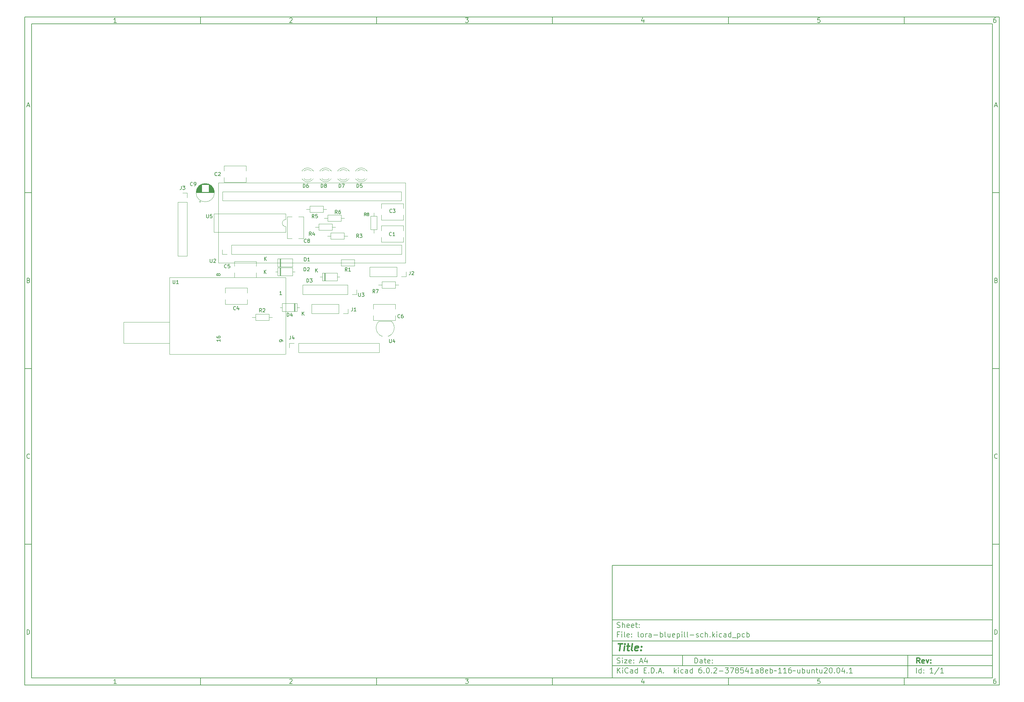
<source format=gbr>
%TF.GenerationSoftware,KiCad,Pcbnew,6.0.2-378541a8eb~116~ubuntu20.04.1*%
%TF.CreationDate,2022-11-16T14:33:25-03:00*%
%TF.ProjectId,lora-bluepill-sch,6c6f7261-2d62-46c7-9565-70696c6c2d73,rev?*%
%TF.SameCoordinates,Original*%
%TF.FileFunction,Legend,Top*%
%TF.FilePolarity,Positive*%
%FSLAX46Y46*%
G04 Gerber Fmt 4.6, Leading zero omitted, Abs format (unit mm)*
G04 Created by KiCad (PCBNEW 6.0.2-378541a8eb~116~ubuntu20.04.1) date 2022-11-16 14:33:25*
%MOMM*%
%LPD*%
G01*
G04 APERTURE LIST*
%ADD10C,0.100000*%
%ADD11C,0.150000*%
%ADD12C,0.300000*%
%ADD13C,0.400000*%
%ADD14C,0.120000*%
G04 APERTURE END LIST*
D10*
D11*
X177002200Y-166007200D02*
X177002200Y-198007200D01*
X285002200Y-198007200D01*
X285002200Y-166007200D01*
X177002200Y-166007200D01*
D10*
D11*
X10000000Y-10000000D02*
X10000000Y-200007200D01*
X287002200Y-200007200D01*
X287002200Y-10000000D01*
X10000000Y-10000000D01*
D10*
D11*
X12000000Y-12000000D02*
X12000000Y-198007200D01*
X285002200Y-198007200D01*
X285002200Y-12000000D01*
X12000000Y-12000000D01*
D10*
D11*
X60000000Y-12000000D02*
X60000000Y-10000000D01*
D10*
D11*
X110000000Y-12000000D02*
X110000000Y-10000000D01*
D10*
D11*
X160000000Y-12000000D02*
X160000000Y-10000000D01*
D10*
D11*
X210000000Y-12000000D02*
X210000000Y-10000000D01*
D10*
D11*
X260000000Y-12000000D02*
X260000000Y-10000000D01*
D10*
D11*
X36065476Y-11588095D02*
X35322619Y-11588095D01*
X35694047Y-11588095D02*
X35694047Y-10288095D01*
X35570238Y-10473809D01*
X35446428Y-10597619D01*
X35322619Y-10659523D01*
D10*
D11*
X85322619Y-10411904D02*
X85384523Y-10350000D01*
X85508333Y-10288095D01*
X85817857Y-10288095D01*
X85941666Y-10350000D01*
X86003571Y-10411904D01*
X86065476Y-10535714D01*
X86065476Y-10659523D01*
X86003571Y-10845238D01*
X85260714Y-11588095D01*
X86065476Y-11588095D01*
D10*
D11*
X135260714Y-10288095D02*
X136065476Y-10288095D01*
X135632142Y-10783333D01*
X135817857Y-10783333D01*
X135941666Y-10845238D01*
X136003571Y-10907142D01*
X136065476Y-11030952D01*
X136065476Y-11340476D01*
X136003571Y-11464285D01*
X135941666Y-11526190D01*
X135817857Y-11588095D01*
X135446428Y-11588095D01*
X135322619Y-11526190D01*
X135260714Y-11464285D01*
D10*
D11*
X185941666Y-10721428D02*
X185941666Y-11588095D01*
X185632142Y-10226190D02*
X185322619Y-11154761D01*
X186127380Y-11154761D01*
D10*
D11*
X236003571Y-10288095D02*
X235384523Y-10288095D01*
X235322619Y-10907142D01*
X235384523Y-10845238D01*
X235508333Y-10783333D01*
X235817857Y-10783333D01*
X235941666Y-10845238D01*
X236003571Y-10907142D01*
X236065476Y-11030952D01*
X236065476Y-11340476D01*
X236003571Y-11464285D01*
X235941666Y-11526190D01*
X235817857Y-11588095D01*
X235508333Y-11588095D01*
X235384523Y-11526190D01*
X235322619Y-11464285D01*
D10*
D11*
X285941666Y-10288095D02*
X285694047Y-10288095D01*
X285570238Y-10350000D01*
X285508333Y-10411904D01*
X285384523Y-10597619D01*
X285322619Y-10845238D01*
X285322619Y-11340476D01*
X285384523Y-11464285D01*
X285446428Y-11526190D01*
X285570238Y-11588095D01*
X285817857Y-11588095D01*
X285941666Y-11526190D01*
X286003571Y-11464285D01*
X286065476Y-11340476D01*
X286065476Y-11030952D01*
X286003571Y-10907142D01*
X285941666Y-10845238D01*
X285817857Y-10783333D01*
X285570238Y-10783333D01*
X285446428Y-10845238D01*
X285384523Y-10907142D01*
X285322619Y-11030952D01*
D10*
D11*
X60000000Y-198007200D02*
X60000000Y-200007200D01*
D10*
D11*
X110000000Y-198007200D02*
X110000000Y-200007200D01*
D10*
D11*
X160000000Y-198007200D02*
X160000000Y-200007200D01*
D10*
D11*
X210000000Y-198007200D02*
X210000000Y-200007200D01*
D10*
D11*
X260000000Y-198007200D02*
X260000000Y-200007200D01*
D10*
D11*
X36065476Y-199595295D02*
X35322619Y-199595295D01*
X35694047Y-199595295D02*
X35694047Y-198295295D01*
X35570238Y-198481009D01*
X35446428Y-198604819D01*
X35322619Y-198666723D01*
D10*
D11*
X85322619Y-198419104D02*
X85384523Y-198357200D01*
X85508333Y-198295295D01*
X85817857Y-198295295D01*
X85941666Y-198357200D01*
X86003571Y-198419104D01*
X86065476Y-198542914D01*
X86065476Y-198666723D01*
X86003571Y-198852438D01*
X85260714Y-199595295D01*
X86065476Y-199595295D01*
D10*
D11*
X135260714Y-198295295D02*
X136065476Y-198295295D01*
X135632142Y-198790533D01*
X135817857Y-198790533D01*
X135941666Y-198852438D01*
X136003571Y-198914342D01*
X136065476Y-199038152D01*
X136065476Y-199347676D01*
X136003571Y-199471485D01*
X135941666Y-199533390D01*
X135817857Y-199595295D01*
X135446428Y-199595295D01*
X135322619Y-199533390D01*
X135260714Y-199471485D01*
D10*
D11*
X185941666Y-198728628D02*
X185941666Y-199595295D01*
X185632142Y-198233390D02*
X185322619Y-199161961D01*
X186127380Y-199161961D01*
D10*
D11*
X236003571Y-198295295D02*
X235384523Y-198295295D01*
X235322619Y-198914342D01*
X235384523Y-198852438D01*
X235508333Y-198790533D01*
X235817857Y-198790533D01*
X235941666Y-198852438D01*
X236003571Y-198914342D01*
X236065476Y-199038152D01*
X236065476Y-199347676D01*
X236003571Y-199471485D01*
X235941666Y-199533390D01*
X235817857Y-199595295D01*
X235508333Y-199595295D01*
X235384523Y-199533390D01*
X235322619Y-199471485D01*
D10*
D11*
X285941666Y-198295295D02*
X285694047Y-198295295D01*
X285570238Y-198357200D01*
X285508333Y-198419104D01*
X285384523Y-198604819D01*
X285322619Y-198852438D01*
X285322619Y-199347676D01*
X285384523Y-199471485D01*
X285446428Y-199533390D01*
X285570238Y-199595295D01*
X285817857Y-199595295D01*
X285941666Y-199533390D01*
X286003571Y-199471485D01*
X286065476Y-199347676D01*
X286065476Y-199038152D01*
X286003571Y-198914342D01*
X285941666Y-198852438D01*
X285817857Y-198790533D01*
X285570238Y-198790533D01*
X285446428Y-198852438D01*
X285384523Y-198914342D01*
X285322619Y-199038152D01*
D10*
D11*
X10000000Y-60000000D02*
X12000000Y-60000000D01*
D10*
D11*
X10000000Y-110000000D02*
X12000000Y-110000000D01*
D10*
D11*
X10000000Y-160000000D02*
X12000000Y-160000000D01*
D10*
D11*
X10690476Y-35216666D02*
X11309523Y-35216666D01*
X10566666Y-35588095D02*
X11000000Y-34288095D01*
X11433333Y-35588095D01*
D10*
D11*
X11092857Y-84907142D02*
X11278571Y-84969047D01*
X11340476Y-85030952D01*
X11402380Y-85154761D01*
X11402380Y-85340476D01*
X11340476Y-85464285D01*
X11278571Y-85526190D01*
X11154761Y-85588095D01*
X10659523Y-85588095D01*
X10659523Y-84288095D01*
X11092857Y-84288095D01*
X11216666Y-84350000D01*
X11278571Y-84411904D01*
X11340476Y-84535714D01*
X11340476Y-84659523D01*
X11278571Y-84783333D01*
X11216666Y-84845238D01*
X11092857Y-84907142D01*
X10659523Y-84907142D01*
D10*
D11*
X11402380Y-135464285D02*
X11340476Y-135526190D01*
X11154761Y-135588095D01*
X11030952Y-135588095D01*
X10845238Y-135526190D01*
X10721428Y-135402380D01*
X10659523Y-135278571D01*
X10597619Y-135030952D01*
X10597619Y-134845238D01*
X10659523Y-134597619D01*
X10721428Y-134473809D01*
X10845238Y-134350000D01*
X11030952Y-134288095D01*
X11154761Y-134288095D01*
X11340476Y-134350000D01*
X11402380Y-134411904D01*
D10*
D11*
X10659523Y-185588095D02*
X10659523Y-184288095D01*
X10969047Y-184288095D01*
X11154761Y-184350000D01*
X11278571Y-184473809D01*
X11340476Y-184597619D01*
X11402380Y-184845238D01*
X11402380Y-185030952D01*
X11340476Y-185278571D01*
X11278571Y-185402380D01*
X11154761Y-185526190D01*
X10969047Y-185588095D01*
X10659523Y-185588095D01*
D10*
D11*
X287002200Y-60000000D02*
X285002200Y-60000000D01*
D10*
D11*
X287002200Y-110000000D02*
X285002200Y-110000000D01*
D10*
D11*
X287002200Y-160000000D02*
X285002200Y-160000000D01*
D10*
D11*
X285692676Y-35216666D02*
X286311723Y-35216666D01*
X285568866Y-35588095D02*
X286002200Y-34288095D01*
X286435533Y-35588095D01*
D10*
D11*
X286095057Y-84907142D02*
X286280771Y-84969047D01*
X286342676Y-85030952D01*
X286404580Y-85154761D01*
X286404580Y-85340476D01*
X286342676Y-85464285D01*
X286280771Y-85526190D01*
X286156961Y-85588095D01*
X285661723Y-85588095D01*
X285661723Y-84288095D01*
X286095057Y-84288095D01*
X286218866Y-84350000D01*
X286280771Y-84411904D01*
X286342676Y-84535714D01*
X286342676Y-84659523D01*
X286280771Y-84783333D01*
X286218866Y-84845238D01*
X286095057Y-84907142D01*
X285661723Y-84907142D01*
D10*
D11*
X286404580Y-135464285D02*
X286342676Y-135526190D01*
X286156961Y-135588095D01*
X286033152Y-135588095D01*
X285847438Y-135526190D01*
X285723628Y-135402380D01*
X285661723Y-135278571D01*
X285599819Y-135030952D01*
X285599819Y-134845238D01*
X285661723Y-134597619D01*
X285723628Y-134473809D01*
X285847438Y-134350000D01*
X286033152Y-134288095D01*
X286156961Y-134288095D01*
X286342676Y-134350000D01*
X286404580Y-134411904D01*
D10*
D11*
X285661723Y-185588095D02*
X285661723Y-184288095D01*
X285971247Y-184288095D01*
X286156961Y-184350000D01*
X286280771Y-184473809D01*
X286342676Y-184597619D01*
X286404580Y-184845238D01*
X286404580Y-185030952D01*
X286342676Y-185278571D01*
X286280771Y-185402380D01*
X286156961Y-185526190D01*
X285971247Y-185588095D01*
X285661723Y-185588095D01*
D10*
D11*
X200434342Y-193785771D02*
X200434342Y-192285771D01*
X200791485Y-192285771D01*
X201005771Y-192357200D01*
X201148628Y-192500057D01*
X201220057Y-192642914D01*
X201291485Y-192928628D01*
X201291485Y-193142914D01*
X201220057Y-193428628D01*
X201148628Y-193571485D01*
X201005771Y-193714342D01*
X200791485Y-193785771D01*
X200434342Y-193785771D01*
X202577200Y-193785771D02*
X202577200Y-193000057D01*
X202505771Y-192857200D01*
X202362914Y-192785771D01*
X202077200Y-192785771D01*
X201934342Y-192857200D01*
X202577200Y-193714342D02*
X202434342Y-193785771D01*
X202077200Y-193785771D01*
X201934342Y-193714342D01*
X201862914Y-193571485D01*
X201862914Y-193428628D01*
X201934342Y-193285771D01*
X202077200Y-193214342D01*
X202434342Y-193214342D01*
X202577200Y-193142914D01*
X203077200Y-192785771D02*
X203648628Y-192785771D01*
X203291485Y-192285771D02*
X203291485Y-193571485D01*
X203362914Y-193714342D01*
X203505771Y-193785771D01*
X203648628Y-193785771D01*
X204720057Y-193714342D02*
X204577200Y-193785771D01*
X204291485Y-193785771D01*
X204148628Y-193714342D01*
X204077200Y-193571485D01*
X204077200Y-193000057D01*
X204148628Y-192857200D01*
X204291485Y-192785771D01*
X204577200Y-192785771D01*
X204720057Y-192857200D01*
X204791485Y-193000057D01*
X204791485Y-193142914D01*
X204077200Y-193285771D01*
X205434342Y-193642914D02*
X205505771Y-193714342D01*
X205434342Y-193785771D01*
X205362914Y-193714342D01*
X205434342Y-193642914D01*
X205434342Y-193785771D01*
X205434342Y-192857200D02*
X205505771Y-192928628D01*
X205434342Y-193000057D01*
X205362914Y-192928628D01*
X205434342Y-192857200D01*
X205434342Y-193000057D01*
D10*
D11*
X177002200Y-194507200D02*
X285002200Y-194507200D01*
D10*
D11*
X178434342Y-196585771D02*
X178434342Y-195085771D01*
X179291485Y-196585771D02*
X178648628Y-195728628D01*
X179291485Y-195085771D02*
X178434342Y-195942914D01*
X179934342Y-196585771D02*
X179934342Y-195585771D01*
X179934342Y-195085771D02*
X179862914Y-195157200D01*
X179934342Y-195228628D01*
X180005771Y-195157200D01*
X179934342Y-195085771D01*
X179934342Y-195228628D01*
X181505771Y-196442914D02*
X181434342Y-196514342D01*
X181220057Y-196585771D01*
X181077200Y-196585771D01*
X180862914Y-196514342D01*
X180720057Y-196371485D01*
X180648628Y-196228628D01*
X180577200Y-195942914D01*
X180577200Y-195728628D01*
X180648628Y-195442914D01*
X180720057Y-195300057D01*
X180862914Y-195157200D01*
X181077200Y-195085771D01*
X181220057Y-195085771D01*
X181434342Y-195157200D01*
X181505771Y-195228628D01*
X182791485Y-196585771D02*
X182791485Y-195800057D01*
X182720057Y-195657200D01*
X182577200Y-195585771D01*
X182291485Y-195585771D01*
X182148628Y-195657200D01*
X182791485Y-196514342D02*
X182648628Y-196585771D01*
X182291485Y-196585771D01*
X182148628Y-196514342D01*
X182077200Y-196371485D01*
X182077200Y-196228628D01*
X182148628Y-196085771D01*
X182291485Y-196014342D01*
X182648628Y-196014342D01*
X182791485Y-195942914D01*
X184148628Y-196585771D02*
X184148628Y-195085771D01*
X184148628Y-196514342D02*
X184005771Y-196585771D01*
X183720057Y-196585771D01*
X183577200Y-196514342D01*
X183505771Y-196442914D01*
X183434342Y-196300057D01*
X183434342Y-195871485D01*
X183505771Y-195728628D01*
X183577200Y-195657200D01*
X183720057Y-195585771D01*
X184005771Y-195585771D01*
X184148628Y-195657200D01*
X186005771Y-195800057D02*
X186505771Y-195800057D01*
X186720057Y-196585771D02*
X186005771Y-196585771D01*
X186005771Y-195085771D01*
X186720057Y-195085771D01*
X187362914Y-196442914D02*
X187434342Y-196514342D01*
X187362914Y-196585771D01*
X187291485Y-196514342D01*
X187362914Y-196442914D01*
X187362914Y-196585771D01*
X188077200Y-196585771D02*
X188077200Y-195085771D01*
X188434342Y-195085771D01*
X188648628Y-195157200D01*
X188791485Y-195300057D01*
X188862914Y-195442914D01*
X188934342Y-195728628D01*
X188934342Y-195942914D01*
X188862914Y-196228628D01*
X188791485Y-196371485D01*
X188648628Y-196514342D01*
X188434342Y-196585771D01*
X188077200Y-196585771D01*
X189577200Y-196442914D02*
X189648628Y-196514342D01*
X189577200Y-196585771D01*
X189505771Y-196514342D01*
X189577200Y-196442914D01*
X189577200Y-196585771D01*
X190220057Y-196157200D02*
X190934342Y-196157200D01*
X190077200Y-196585771D02*
X190577200Y-195085771D01*
X191077200Y-196585771D01*
X191577200Y-196442914D02*
X191648628Y-196514342D01*
X191577200Y-196585771D01*
X191505771Y-196514342D01*
X191577200Y-196442914D01*
X191577200Y-196585771D01*
X194577200Y-196585771D02*
X194577200Y-195085771D01*
X194720057Y-196014342D02*
X195148628Y-196585771D01*
X195148628Y-195585771D02*
X194577200Y-196157200D01*
X195791485Y-196585771D02*
X195791485Y-195585771D01*
X195791485Y-195085771D02*
X195720057Y-195157200D01*
X195791485Y-195228628D01*
X195862914Y-195157200D01*
X195791485Y-195085771D01*
X195791485Y-195228628D01*
X197148628Y-196514342D02*
X197005771Y-196585771D01*
X196720057Y-196585771D01*
X196577200Y-196514342D01*
X196505771Y-196442914D01*
X196434342Y-196300057D01*
X196434342Y-195871485D01*
X196505771Y-195728628D01*
X196577200Y-195657200D01*
X196720057Y-195585771D01*
X197005771Y-195585771D01*
X197148628Y-195657200D01*
X198434342Y-196585771D02*
X198434342Y-195800057D01*
X198362914Y-195657200D01*
X198220057Y-195585771D01*
X197934342Y-195585771D01*
X197791485Y-195657200D01*
X198434342Y-196514342D02*
X198291485Y-196585771D01*
X197934342Y-196585771D01*
X197791485Y-196514342D01*
X197720057Y-196371485D01*
X197720057Y-196228628D01*
X197791485Y-196085771D01*
X197934342Y-196014342D01*
X198291485Y-196014342D01*
X198434342Y-195942914D01*
X199791485Y-196585771D02*
X199791485Y-195085771D01*
X199791485Y-196514342D02*
X199648628Y-196585771D01*
X199362914Y-196585771D01*
X199220057Y-196514342D01*
X199148628Y-196442914D01*
X199077200Y-196300057D01*
X199077200Y-195871485D01*
X199148628Y-195728628D01*
X199220057Y-195657200D01*
X199362914Y-195585771D01*
X199648628Y-195585771D01*
X199791485Y-195657200D01*
X202291485Y-195085771D02*
X202005771Y-195085771D01*
X201862914Y-195157200D01*
X201791485Y-195228628D01*
X201648628Y-195442914D01*
X201577200Y-195728628D01*
X201577200Y-196300057D01*
X201648628Y-196442914D01*
X201720057Y-196514342D01*
X201862914Y-196585771D01*
X202148628Y-196585771D01*
X202291485Y-196514342D01*
X202362914Y-196442914D01*
X202434342Y-196300057D01*
X202434342Y-195942914D01*
X202362914Y-195800057D01*
X202291485Y-195728628D01*
X202148628Y-195657200D01*
X201862914Y-195657200D01*
X201720057Y-195728628D01*
X201648628Y-195800057D01*
X201577200Y-195942914D01*
X203077200Y-196442914D02*
X203148628Y-196514342D01*
X203077200Y-196585771D01*
X203005771Y-196514342D01*
X203077200Y-196442914D01*
X203077200Y-196585771D01*
X204077200Y-195085771D02*
X204220057Y-195085771D01*
X204362914Y-195157200D01*
X204434342Y-195228628D01*
X204505771Y-195371485D01*
X204577200Y-195657200D01*
X204577200Y-196014342D01*
X204505771Y-196300057D01*
X204434342Y-196442914D01*
X204362914Y-196514342D01*
X204220057Y-196585771D01*
X204077200Y-196585771D01*
X203934342Y-196514342D01*
X203862914Y-196442914D01*
X203791485Y-196300057D01*
X203720057Y-196014342D01*
X203720057Y-195657200D01*
X203791485Y-195371485D01*
X203862914Y-195228628D01*
X203934342Y-195157200D01*
X204077200Y-195085771D01*
X205220057Y-196442914D02*
X205291485Y-196514342D01*
X205220057Y-196585771D01*
X205148628Y-196514342D01*
X205220057Y-196442914D01*
X205220057Y-196585771D01*
X205862914Y-195228628D02*
X205934342Y-195157200D01*
X206077200Y-195085771D01*
X206434342Y-195085771D01*
X206577200Y-195157200D01*
X206648628Y-195228628D01*
X206720057Y-195371485D01*
X206720057Y-195514342D01*
X206648628Y-195728628D01*
X205791485Y-196585771D01*
X206720057Y-196585771D01*
X207362914Y-196014342D02*
X208505771Y-196014342D01*
X209077200Y-195085771D02*
X210005771Y-195085771D01*
X209505771Y-195657200D01*
X209720057Y-195657200D01*
X209862914Y-195728628D01*
X209934342Y-195800057D01*
X210005771Y-195942914D01*
X210005771Y-196300057D01*
X209934342Y-196442914D01*
X209862914Y-196514342D01*
X209720057Y-196585771D01*
X209291485Y-196585771D01*
X209148628Y-196514342D01*
X209077200Y-196442914D01*
X210505771Y-195085771D02*
X211505771Y-195085771D01*
X210862914Y-196585771D01*
X212291485Y-195728628D02*
X212148628Y-195657200D01*
X212077200Y-195585771D01*
X212005771Y-195442914D01*
X212005771Y-195371485D01*
X212077200Y-195228628D01*
X212148628Y-195157200D01*
X212291485Y-195085771D01*
X212577200Y-195085771D01*
X212720057Y-195157200D01*
X212791485Y-195228628D01*
X212862914Y-195371485D01*
X212862914Y-195442914D01*
X212791485Y-195585771D01*
X212720057Y-195657200D01*
X212577200Y-195728628D01*
X212291485Y-195728628D01*
X212148628Y-195800057D01*
X212077200Y-195871485D01*
X212005771Y-196014342D01*
X212005771Y-196300057D01*
X212077200Y-196442914D01*
X212148628Y-196514342D01*
X212291485Y-196585771D01*
X212577200Y-196585771D01*
X212720057Y-196514342D01*
X212791485Y-196442914D01*
X212862914Y-196300057D01*
X212862914Y-196014342D01*
X212791485Y-195871485D01*
X212720057Y-195800057D01*
X212577200Y-195728628D01*
X214220057Y-195085771D02*
X213505771Y-195085771D01*
X213434342Y-195800057D01*
X213505771Y-195728628D01*
X213648628Y-195657200D01*
X214005771Y-195657200D01*
X214148628Y-195728628D01*
X214220057Y-195800057D01*
X214291485Y-195942914D01*
X214291485Y-196300057D01*
X214220057Y-196442914D01*
X214148628Y-196514342D01*
X214005771Y-196585771D01*
X213648628Y-196585771D01*
X213505771Y-196514342D01*
X213434342Y-196442914D01*
X215577200Y-195585771D02*
X215577200Y-196585771D01*
X215220057Y-195014342D02*
X214862914Y-196085771D01*
X215791485Y-196085771D01*
X217148628Y-196585771D02*
X216291485Y-196585771D01*
X216720057Y-196585771D02*
X216720057Y-195085771D01*
X216577200Y-195300057D01*
X216434342Y-195442914D01*
X216291485Y-195514342D01*
X218434342Y-196585771D02*
X218434342Y-195800057D01*
X218362914Y-195657200D01*
X218220057Y-195585771D01*
X217934342Y-195585771D01*
X217791485Y-195657200D01*
X218434342Y-196514342D02*
X218291485Y-196585771D01*
X217934342Y-196585771D01*
X217791485Y-196514342D01*
X217720057Y-196371485D01*
X217720057Y-196228628D01*
X217791485Y-196085771D01*
X217934342Y-196014342D01*
X218291485Y-196014342D01*
X218434342Y-195942914D01*
X219362914Y-195728628D02*
X219220057Y-195657200D01*
X219148628Y-195585771D01*
X219077200Y-195442914D01*
X219077200Y-195371485D01*
X219148628Y-195228628D01*
X219220057Y-195157200D01*
X219362914Y-195085771D01*
X219648628Y-195085771D01*
X219791485Y-195157200D01*
X219862914Y-195228628D01*
X219934342Y-195371485D01*
X219934342Y-195442914D01*
X219862914Y-195585771D01*
X219791485Y-195657200D01*
X219648628Y-195728628D01*
X219362914Y-195728628D01*
X219220057Y-195800057D01*
X219148628Y-195871485D01*
X219077200Y-196014342D01*
X219077200Y-196300057D01*
X219148628Y-196442914D01*
X219220057Y-196514342D01*
X219362914Y-196585771D01*
X219648628Y-196585771D01*
X219791485Y-196514342D01*
X219862914Y-196442914D01*
X219934342Y-196300057D01*
X219934342Y-196014342D01*
X219862914Y-195871485D01*
X219791485Y-195800057D01*
X219648628Y-195728628D01*
X221148628Y-196514342D02*
X221005771Y-196585771D01*
X220720057Y-196585771D01*
X220577200Y-196514342D01*
X220505771Y-196371485D01*
X220505771Y-195800057D01*
X220577200Y-195657200D01*
X220720057Y-195585771D01*
X221005771Y-195585771D01*
X221148628Y-195657200D01*
X221220057Y-195800057D01*
X221220057Y-195942914D01*
X220505771Y-196085771D01*
X221862914Y-196585771D02*
X221862914Y-195085771D01*
X221862914Y-195657200D02*
X222005771Y-195585771D01*
X222291485Y-195585771D01*
X222434342Y-195657200D01*
X222505771Y-195728628D01*
X222577200Y-195871485D01*
X222577200Y-196300057D01*
X222505771Y-196442914D01*
X222434342Y-196514342D01*
X222291485Y-196585771D01*
X222005771Y-196585771D01*
X221862914Y-196514342D01*
X223005771Y-196014342D02*
X223077200Y-195942914D01*
X223220057Y-195871485D01*
X223505771Y-196014342D01*
X223648628Y-195942914D01*
X223720057Y-195871485D01*
X225077200Y-196585771D02*
X224220057Y-196585771D01*
X224648628Y-196585771D02*
X224648628Y-195085771D01*
X224505771Y-195300057D01*
X224362914Y-195442914D01*
X224220057Y-195514342D01*
X226505771Y-196585771D02*
X225648628Y-196585771D01*
X226077200Y-196585771D02*
X226077200Y-195085771D01*
X225934342Y-195300057D01*
X225791485Y-195442914D01*
X225648628Y-195514342D01*
X227791485Y-195085771D02*
X227505771Y-195085771D01*
X227362914Y-195157200D01*
X227291485Y-195228628D01*
X227148628Y-195442914D01*
X227077199Y-195728628D01*
X227077199Y-196300057D01*
X227148628Y-196442914D01*
X227220057Y-196514342D01*
X227362914Y-196585771D01*
X227648628Y-196585771D01*
X227791485Y-196514342D01*
X227862914Y-196442914D01*
X227934342Y-196300057D01*
X227934342Y-195942914D01*
X227862914Y-195800057D01*
X227791485Y-195728628D01*
X227648628Y-195657200D01*
X227362914Y-195657200D01*
X227220057Y-195728628D01*
X227148628Y-195800057D01*
X227077199Y-195942914D01*
X228362914Y-196014342D02*
X228434342Y-195942914D01*
X228577199Y-195871485D01*
X228862914Y-196014342D01*
X229005771Y-195942914D01*
X229077199Y-195871485D01*
X230291485Y-195585771D02*
X230291485Y-196585771D01*
X229648628Y-195585771D02*
X229648628Y-196371485D01*
X229720057Y-196514342D01*
X229862914Y-196585771D01*
X230077199Y-196585771D01*
X230220057Y-196514342D01*
X230291485Y-196442914D01*
X231005771Y-196585771D02*
X231005771Y-195085771D01*
X231005771Y-195657200D02*
X231148628Y-195585771D01*
X231434342Y-195585771D01*
X231577199Y-195657200D01*
X231648628Y-195728628D01*
X231720057Y-195871485D01*
X231720057Y-196300057D01*
X231648628Y-196442914D01*
X231577199Y-196514342D01*
X231434342Y-196585771D01*
X231148628Y-196585771D01*
X231005771Y-196514342D01*
X233005771Y-195585771D02*
X233005771Y-196585771D01*
X232362914Y-195585771D02*
X232362914Y-196371485D01*
X232434342Y-196514342D01*
X232577200Y-196585771D01*
X232791485Y-196585771D01*
X232934342Y-196514342D01*
X233005771Y-196442914D01*
X233720057Y-195585771D02*
X233720057Y-196585771D01*
X233720057Y-195728628D02*
X233791485Y-195657200D01*
X233934342Y-195585771D01*
X234148628Y-195585771D01*
X234291485Y-195657200D01*
X234362914Y-195800057D01*
X234362914Y-196585771D01*
X234862914Y-195585771D02*
X235434342Y-195585771D01*
X235077200Y-195085771D02*
X235077200Y-196371485D01*
X235148628Y-196514342D01*
X235291485Y-196585771D01*
X235434342Y-196585771D01*
X236577200Y-195585771D02*
X236577200Y-196585771D01*
X235934342Y-195585771D02*
X235934342Y-196371485D01*
X236005771Y-196514342D01*
X236148628Y-196585771D01*
X236362914Y-196585771D01*
X236505771Y-196514342D01*
X236577200Y-196442914D01*
X237220057Y-195228628D02*
X237291485Y-195157200D01*
X237434342Y-195085771D01*
X237791485Y-195085771D01*
X237934342Y-195157200D01*
X238005771Y-195228628D01*
X238077200Y-195371485D01*
X238077200Y-195514342D01*
X238005771Y-195728628D01*
X237148628Y-196585771D01*
X238077200Y-196585771D01*
X239005771Y-195085771D02*
X239148628Y-195085771D01*
X239291485Y-195157200D01*
X239362914Y-195228628D01*
X239434342Y-195371485D01*
X239505771Y-195657200D01*
X239505771Y-196014342D01*
X239434342Y-196300057D01*
X239362914Y-196442914D01*
X239291485Y-196514342D01*
X239148628Y-196585771D01*
X239005771Y-196585771D01*
X238862914Y-196514342D01*
X238791485Y-196442914D01*
X238720057Y-196300057D01*
X238648628Y-196014342D01*
X238648628Y-195657200D01*
X238720057Y-195371485D01*
X238791485Y-195228628D01*
X238862914Y-195157200D01*
X239005771Y-195085771D01*
X240148628Y-196442914D02*
X240220057Y-196514342D01*
X240148628Y-196585771D01*
X240077199Y-196514342D01*
X240148628Y-196442914D01*
X240148628Y-196585771D01*
X241148628Y-195085771D02*
X241291485Y-195085771D01*
X241434342Y-195157200D01*
X241505771Y-195228628D01*
X241577200Y-195371485D01*
X241648628Y-195657200D01*
X241648628Y-196014342D01*
X241577200Y-196300057D01*
X241505771Y-196442914D01*
X241434342Y-196514342D01*
X241291485Y-196585771D01*
X241148628Y-196585771D01*
X241005771Y-196514342D01*
X240934342Y-196442914D01*
X240862914Y-196300057D01*
X240791485Y-196014342D01*
X240791485Y-195657200D01*
X240862914Y-195371485D01*
X240934342Y-195228628D01*
X241005771Y-195157200D01*
X241148628Y-195085771D01*
X242934342Y-195585771D02*
X242934342Y-196585771D01*
X242577199Y-195014342D02*
X242220057Y-196085771D01*
X243148628Y-196085771D01*
X243720057Y-196442914D02*
X243791485Y-196514342D01*
X243720057Y-196585771D01*
X243648628Y-196514342D01*
X243720057Y-196442914D01*
X243720057Y-196585771D01*
X245220057Y-196585771D02*
X244362914Y-196585771D01*
X244791485Y-196585771D02*
X244791485Y-195085771D01*
X244648628Y-195300057D01*
X244505771Y-195442914D01*
X244362914Y-195514342D01*
D10*
D11*
X177002200Y-191507200D02*
X285002200Y-191507200D01*
D10*
D12*
X264411485Y-193785771D02*
X263911485Y-193071485D01*
X263554342Y-193785771D02*
X263554342Y-192285771D01*
X264125771Y-192285771D01*
X264268628Y-192357200D01*
X264340057Y-192428628D01*
X264411485Y-192571485D01*
X264411485Y-192785771D01*
X264340057Y-192928628D01*
X264268628Y-193000057D01*
X264125771Y-193071485D01*
X263554342Y-193071485D01*
X265625771Y-193714342D02*
X265482914Y-193785771D01*
X265197200Y-193785771D01*
X265054342Y-193714342D01*
X264982914Y-193571485D01*
X264982914Y-193000057D01*
X265054342Y-192857200D01*
X265197200Y-192785771D01*
X265482914Y-192785771D01*
X265625771Y-192857200D01*
X265697200Y-193000057D01*
X265697200Y-193142914D01*
X264982914Y-193285771D01*
X266197200Y-192785771D02*
X266554342Y-193785771D01*
X266911485Y-192785771D01*
X267482914Y-193642914D02*
X267554342Y-193714342D01*
X267482914Y-193785771D01*
X267411485Y-193714342D01*
X267482914Y-193642914D01*
X267482914Y-193785771D01*
X267482914Y-192857200D02*
X267554342Y-192928628D01*
X267482914Y-193000057D01*
X267411485Y-192928628D01*
X267482914Y-192857200D01*
X267482914Y-193000057D01*
D10*
D11*
X178362914Y-193714342D02*
X178577200Y-193785771D01*
X178934342Y-193785771D01*
X179077200Y-193714342D01*
X179148628Y-193642914D01*
X179220057Y-193500057D01*
X179220057Y-193357200D01*
X179148628Y-193214342D01*
X179077200Y-193142914D01*
X178934342Y-193071485D01*
X178648628Y-193000057D01*
X178505771Y-192928628D01*
X178434342Y-192857200D01*
X178362914Y-192714342D01*
X178362914Y-192571485D01*
X178434342Y-192428628D01*
X178505771Y-192357200D01*
X178648628Y-192285771D01*
X179005771Y-192285771D01*
X179220057Y-192357200D01*
X179862914Y-193785771D02*
X179862914Y-192785771D01*
X179862914Y-192285771D02*
X179791485Y-192357200D01*
X179862914Y-192428628D01*
X179934342Y-192357200D01*
X179862914Y-192285771D01*
X179862914Y-192428628D01*
X180434342Y-192785771D02*
X181220057Y-192785771D01*
X180434342Y-193785771D01*
X181220057Y-193785771D01*
X182362914Y-193714342D02*
X182220057Y-193785771D01*
X181934342Y-193785771D01*
X181791485Y-193714342D01*
X181720057Y-193571485D01*
X181720057Y-193000057D01*
X181791485Y-192857200D01*
X181934342Y-192785771D01*
X182220057Y-192785771D01*
X182362914Y-192857200D01*
X182434342Y-193000057D01*
X182434342Y-193142914D01*
X181720057Y-193285771D01*
X183077200Y-193642914D02*
X183148628Y-193714342D01*
X183077200Y-193785771D01*
X183005771Y-193714342D01*
X183077200Y-193642914D01*
X183077200Y-193785771D01*
X183077200Y-192857200D02*
X183148628Y-192928628D01*
X183077200Y-193000057D01*
X183005771Y-192928628D01*
X183077200Y-192857200D01*
X183077200Y-193000057D01*
X184862914Y-193357200D02*
X185577200Y-193357200D01*
X184720057Y-193785771D02*
X185220057Y-192285771D01*
X185720057Y-193785771D01*
X186862914Y-192785771D02*
X186862914Y-193785771D01*
X186505771Y-192214342D02*
X186148628Y-193285771D01*
X187077200Y-193285771D01*
D10*
D11*
X263434342Y-196585771D02*
X263434342Y-195085771D01*
X264791485Y-196585771D02*
X264791485Y-195085771D01*
X264791485Y-196514342D02*
X264648628Y-196585771D01*
X264362914Y-196585771D01*
X264220057Y-196514342D01*
X264148628Y-196442914D01*
X264077200Y-196300057D01*
X264077200Y-195871485D01*
X264148628Y-195728628D01*
X264220057Y-195657200D01*
X264362914Y-195585771D01*
X264648628Y-195585771D01*
X264791485Y-195657200D01*
X265505771Y-196442914D02*
X265577200Y-196514342D01*
X265505771Y-196585771D01*
X265434342Y-196514342D01*
X265505771Y-196442914D01*
X265505771Y-196585771D01*
X265505771Y-195657200D02*
X265577200Y-195728628D01*
X265505771Y-195800057D01*
X265434342Y-195728628D01*
X265505771Y-195657200D01*
X265505771Y-195800057D01*
X268148628Y-196585771D02*
X267291485Y-196585771D01*
X267720057Y-196585771D02*
X267720057Y-195085771D01*
X267577200Y-195300057D01*
X267434342Y-195442914D01*
X267291485Y-195514342D01*
X269862914Y-195014342D02*
X268577200Y-196942914D01*
X271148628Y-196585771D02*
X270291485Y-196585771D01*
X270720057Y-196585771D02*
X270720057Y-195085771D01*
X270577200Y-195300057D01*
X270434342Y-195442914D01*
X270291485Y-195514342D01*
D10*
D11*
X177002200Y-187507200D02*
X285002200Y-187507200D01*
D10*
D13*
X178714580Y-188211961D02*
X179857438Y-188211961D01*
X179036009Y-190211961D02*
X179286009Y-188211961D01*
X180274104Y-190211961D02*
X180440771Y-188878628D01*
X180524104Y-188211961D02*
X180416961Y-188307200D01*
X180500295Y-188402438D01*
X180607438Y-188307200D01*
X180524104Y-188211961D01*
X180500295Y-188402438D01*
X181107438Y-188878628D02*
X181869342Y-188878628D01*
X181476485Y-188211961D02*
X181262200Y-189926247D01*
X181333628Y-190116723D01*
X181512200Y-190211961D01*
X181702676Y-190211961D01*
X182655057Y-190211961D02*
X182476485Y-190116723D01*
X182405057Y-189926247D01*
X182619342Y-188211961D01*
X184190771Y-190116723D02*
X183988390Y-190211961D01*
X183607438Y-190211961D01*
X183428866Y-190116723D01*
X183357438Y-189926247D01*
X183452676Y-189164342D01*
X183571723Y-188973866D01*
X183774104Y-188878628D01*
X184155057Y-188878628D01*
X184333628Y-188973866D01*
X184405057Y-189164342D01*
X184381247Y-189354819D01*
X183405057Y-189545295D01*
X185155057Y-190021485D02*
X185238390Y-190116723D01*
X185131247Y-190211961D01*
X185047914Y-190116723D01*
X185155057Y-190021485D01*
X185131247Y-190211961D01*
X185286009Y-188973866D02*
X185369342Y-189069104D01*
X185262200Y-189164342D01*
X185178866Y-189069104D01*
X185286009Y-188973866D01*
X185262200Y-189164342D01*
D10*
D11*
X178934342Y-185600057D02*
X178434342Y-185600057D01*
X178434342Y-186385771D02*
X178434342Y-184885771D01*
X179148628Y-184885771D01*
X179720057Y-186385771D02*
X179720057Y-185385771D01*
X179720057Y-184885771D02*
X179648628Y-184957200D01*
X179720057Y-185028628D01*
X179791485Y-184957200D01*
X179720057Y-184885771D01*
X179720057Y-185028628D01*
X180648628Y-186385771D02*
X180505771Y-186314342D01*
X180434342Y-186171485D01*
X180434342Y-184885771D01*
X181791485Y-186314342D02*
X181648628Y-186385771D01*
X181362914Y-186385771D01*
X181220057Y-186314342D01*
X181148628Y-186171485D01*
X181148628Y-185600057D01*
X181220057Y-185457200D01*
X181362914Y-185385771D01*
X181648628Y-185385771D01*
X181791485Y-185457200D01*
X181862914Y-185600057D01*
X181862914Y-185742914D01*
X181148628Y-185885771D01*
X182505771Y-186242914D02*
X182577200Y-186314342D01*
X182505771Y-186385771D01*
X182434342Y-186314342D01*
X182505771Y-186242914D01*
X182505771Y-186385771D01*
X182505771Y-185457200D02*
X182577200Y-185528628D01*
X182505771Y-185600057D01*
X182434342Y-185528628D01*
X182505771Y-185457200D01*
X182505771Y-185600057D01*
X184577200Y-186385771D02*
X184434342Y-186314342D01*
X184362914Y-186171485D01*
X184362914Y-184885771D01*
X185362914Y-186385771D02*
X185220057Y-186314342D01*
X185148628Y-186242914D01*
X185077200Y-186100057D01*
X185077200Y-185671485D01*
X185148628Y-185528628D01*
X185220057Y-185457200D01*
X185362914Y-185385771D01*
X185577200Y-185385771D01*
X185720057Y-185457200D01*
X185791485Y-185528628D01*
X185862914Y-185671485D01*
X185862914Y-186100057D01*
X185791485Y-186242914D01*
X185720057Y-186314342D01*
X185577200Y-186385771D01*
X185362914Y-186385771D01*
X186505771Y-186385771D02*
X186505771Y-185385771D01*
X186505771Y-185671485D02*
X186577200Y-185528628D01*
X186648628Y-185457200D01*
X186791485Y-185385771D01*
X186934342Y-185385771D01*
X188077200Y-186385771D02*
X188077200Y-185600057D01*
X188005771Y-185457200D01*
X187862914Y-185385771D01*
X187577200Y-185385771D01*
X187434342Y-185457200D01*
X188077200Y-186314342D02*
X187934342Y-186385771D01*
X187577200Y-186385771D01*
X187434342Y-186314342D01*
X187362914Y-186171485D01*
X187362914Y-186028628D01*
X187434342Y-185885771D01*
X187577200Y-185814342D01*
X187934342Y-185814342D01*
X188077200Y-185742914D01*
X188791485Y-185814342D02*
X189934342Y-185814342D01*
X190648628Y-186385771D02*
X190648628Y-184885771D01*
X190648628Y-185457200D02*
X190791485Y-185385771D01*
X191077200Y-185385771D01*
X191220057Y-185457200D01*
X191291485Y-185528628D01*
X191362914Y-185671485D01*
X191362914Y-186100057D01*
X191291485Y-186242914D01*
X191220057Y-186314342D01*
X191077200Y-186385771D01*
X190791485Y-186385771D01*
X190648628Y-186314342D01*
X192220057Y-186385771D02*
X192077200Y-186314342D01*
X192005771Y-186171485D01*
X192005771Y-184885771D01*
X193434342Y-185385771D02*
X193434342Y-186385771D01*
X192791485Y-185385771D02*
X192791485Y-186171485D01*
X192862914Y-186314342D01*
X193005771Y-186385771D01*
X193220057Y-186385771D01*
X193362914Y-186314342D01*
X193434342Y-186242914D01*
X194720057Y-186314342D02*
X194577200Y-186385771D01*
X194291485Y-186385771D01*
X194148628Y-186314342D01*
X194077200Y-186171485D01*
X194077200Y-185600057D01*
X194148628Y-185457200D01*
X194291485Y-185385771D01*
X194577200Y-185385771D01*
X194720057Y-185457200D01*
X194791485Y-185600057D01*
X194791485Y-185742914D01*
X194077200Y-185885771D01*
X195434342Y-185385771D02*
X195434342Y-186885771D01*
X195434342Y-185457200D02*
X195577200Y-185385771D01*
X195862914Y-185385771D01*
X196005771Y-185457200D01*
X196077200Y-185528628D01*
X196148628Y-185671485D01*
X196148628Y-186100057D01*
X196077200Y-186242914D01*
X196005771Y-186314342D01*
X195862914Y-186385771D01*
X195577200Y-186385771D01*
X195434342Y-186314342D01*
X196791485Y-186385771D02*
X196791485Y-185385771D01*
X196791485Y-184885771D02*
X196720057Y-184957200D01*
X196791485Y-185028628D01*
X196862914Y-184957200D01*
X196791485Y-184885771D01*
X196791485Y-185028628D01*
X197720057Y-186385771D02*
X197577200Y-186314342D01*
X197505771Y-186171485D01*
X197505771Y-184885771D01*
X198505771Y-186385771D02*
X198362914Y-186314342D01*
X198291485Y-186171485D01*
X198291485Y-184885771D01*
X199077200Y-185814342D02*
X200220057Y-185814342D01*
X200862914Y-186314342D02*
X201005771Y-186385771D01*
X201291485Y-186385771D01*
X201434342Y-186314342D01*
X201505771Y-186171485D01*
X201505771Y-186100057D01*
X201434342Y-185957200D01*
X201291485Y-185885771D01*
X201077200Y-185885771D01*
X200934342Y-185814342D01*
X200862914Y-185671485D01*
X200862914Y-185600057D01*
X200934342Y-185457200D01*
X201077200Y-185385771D01*
X201291485Y-185385771D01*
X201434342Y-185457200D01*
X202791485Y-186314342D02*
X202648628Y-186385771D01*
X202362914Y-186385771D01*
X202220057Y-186314342D01*
X202148628Y-186242914D01*
X202077200Y-186100057D01*
X202077200Y-185671485D01*
X202148628Y-185528628D01*
X202220057Y-185457200D01*
X202362914Y-185385771D01*
X202648628Y-185385771D01*
X202791485Y-185457200D01*
X203434342Y-186385771D02*
X203434342Y-184885771D01*
X204077200Y-186385771D02*
X204077200Y-185600057D01*
X204005771Y-185457200D01*
X203862914Y-185385771D01*
X203648628Y-185385771D01*
X203505771Y-185457200D01*
X203434342Y-185528628D01*
X204791485Y-186242914D02*
X204862914Y-186314342D01*
X204791485Y-186385771D01*
X204720057Y-186314342D01*
X204791485Y-186242914D01*
X204791485Y-186385771D01*
X205505771Y-186385771D02*
X205505771Y-184885771D01*
X205648628Y-185814342D02*
X206077200Y-186385771D01*
X206077200Y-185385771D02*
X205505771Y-185957200D01*
X206720057Y-186385771D02*
X206720057Y-185385771D01*
X206720057Y-184885771D02*
X206648628Y-184957200D01*
X206720057Y-185028628D01*
X206791485Y-184957200D01*
X206720057Y-184885771D01*
X206720057Y-185028628D01*
X208077200Y-186314342D02*
X207934342Y-186385771D01*
X207648628Y-186385771D01*
X207505771Y-186314342D01*
X207434342Y-186242914D01*
X207362914Y-186100057D01*
X207362914Y-185671485D01*
X207434342Y-185528628D01*
X207505771Y-185457200D01*
X207648628Y-185385771D01*
X207934342Y-185385771D01*
X208077200Y-185457200D01*
X209362914Y-186385771D02*
X209362914Y-185600057D01*
X209291485Y-185457200D01*
X209148628Y-185385771D01*
X208862914Y-185385771D01*
X208720057Y-185457200D01*
X209362914Y-186314342D02*
X209220057Y-186385771D01*
X208862914Y-186385771D01*
X208720057Y-186314342D01*
X208648628Y-186171485D01*
X208648628Y-186028628D01*
X208720057Y-185885771D01*
X208862914Y-185814342D01*
X209220057Y-185814342D01*
X209362914Y-185742914D01*
X210720057Y-186385771D02*
X210720057Y-184885771D01*
X210720057Y-186314342D02*
X210577200Y-186385771D01*
X210291485Y-186385771D01*
X210148628Y-186314342D01*
X210077200Y-186242914D01*
X210005771Y-186100057D01*
X210005771Y-185671485D01*
X210077200Y-185528628D01*
X210148628Y-185457200D01*
X210291485Y-185385771D01*
X210577200Y-185385771D01*
X210720057Y-185457200D01*
X211077200Y-186528628D02*
X212220057Y-186528628D01*
X212577200Y-185385771D02*
X212577200Y-186885771D01*
X212577200Y-185457200D02*
X212720057Y-185385771D01*
X213005771Y-185385771D01*
X213148628Y-185457200D01*
X213220057Y-185528628D01*
X213291485Y-185671485D01*
X213291485Y-186100057D01*
X213220057Y-186242914D01*
X213148628Y-186314342D01*
X213005771Y-186385771D01*
X212720057Y-186385771D01*
X212577200Y-186314342D01*
X214577200Y-186314342D02*
X214434342Y-186385771D01*
X214148628Y-186385771D01*
X214005771Y-186314342D01*
X213934342Y-186242914D01*
X213862914Y-186100057D01*
X213862914Y-185671485D01*
X213934342Y-185528628D01*
X214005771Y-185457200D01*
X214148628Y-185385771D01*
X214434342Y-185385771D01*
X214577200Y-185457200D01*
X215220057Y-186385771D02*
X215220057Y-184885771D01*
X215220057Y-185457200D02*
X215362914Y-185385771D01*
X215648628Y-185385771D01*
X215791485Y-185457200D01*
X215862914Y-185528628D01*
X215934342Y-185671485D01*
X215934342Y-186100057D01*
X215862914Y-186242914D01*
X215791485Y-186314342D01*
X215648628Y-186385771D01*
X215362914Y-186385771D01*
X215220057Y-186314342D01*
D10*
D11*
X177002200Y-181507200D02*
X285002200Y-181507200D01*
D10*
D11*
X178362914Y-183614342D02*
X178577200Y-183685771D01*
X178934342Y-183685771D01*
X179077200Y-183614342D01*
X179148628Y-183542914D01*
X179220057Y-183400057D01*
X179220057Y-183257200D01*
X179148628Y-183114342D01*
X179077200Y-183042914D01*
X178934342Y-182971485D01*
X178648628Y-182900057D01*
X178505771Y-182828628D01*
X178434342Y-182757200D01*
X178362914Y-182614342D01*
X178362914Y-182471485D01*
X178434342Y-182328628D01*
X178505771Y-182257200D01*
X178648628Y-182185771D01*
X179005771Y-182185771D01*
X179220057Y-182257200D01*
X179862914Y-183685771D02*
X179862914Y-182185771D01*
X180505771Y-183685771D02*
X180505771Y-182900057D01*
X180434342Y-182757200D01*
X180291485Y-182685771D01*
X180077200Y-182685771D01*
X179934342Y-182757200D01*
X179862914Y-182828628D01*
X181791485Y-183614342D02*
X181648628Y-183685771D01*
X181362914Y-183685771D01*
X181220057Y-183614342D01*
X181148628Y-183471485D01*
X181148628Y-182900057D01*
X181220057Y-182757200D01*
X181362914Y-182685771D01*
X181648628Y-182685771D01*
X181791485Y-182757200D01*
X181862914Y-182900057D01*
X181862914Y-183042914D01*
X181148628Y-183185771D01*
X183077200Y-183614342D02*
X182934342Y-183685771D01*
X182648628Y-183685771D01*
X182505771Y-183614342D01*
X182434342Y-183471485D01*
X182434342Y-182900057D01*
X182505771Y-182757200D01*
X182648628Y-182685771D01*
X182934342Y-182685771D01*
X183077200Y-182757200D01*
X183148628Y-182900057D01*
X183148628Y-183042914D01*
X182434342Y-183185771D01*
X183577200Y-182685771D02*
X184148628Y-182685771D01*
X183791485Y-182185771D02*
X183791485Y-183471485D01*
X183862914Y-183614342D01*
X184005771Y-183685771D01*
X184148628Y-183685771D01*
X184648628Y-183542914D02*
X184720057Y-183614342D01*
X184648628Y-183685771D01*
X184577200Y-183614342D01*
X184648628Y-183542914D01*
X184648628Y-183685771D01*
X184648628Y-182757200D02*
X184720057Y-182828628D01*
X184648628Y-182900057D01*
X184577200Y-182828628D01*
X184648628Y-182757200D01*
X184648628Y-182900057D01*
D10*
D12*
D10*
D11*
D10*
D11*
D10*
D11*
D10*
D11*
D10*
D11*
X197002200Y-191507200D02*
X197002200Y-194507200D01*
D10*
D11*
X261002200Y-191507200D02*
X261002200Y-198007200D01*
%TO.C,U5*%
X61698095Y-66159380D02*
X61698095Y-66968904D01*
X61745714Y-67064142D01*
X61793333Y-67111761D01*
X61888571Y-67159380D01*
X62079047Y-67159380D01*
X62174285Y-67111761D01*
X62221904Y-67064142D01*
X62269523Y-66968904D01*
X62269523Y-66159380D01*
X63221904Y-66159380D02*
X62745714Y-66159380D01*
X62698095Y-66635571D01*
X62745714Y-66587952D01*
X62840952Y-66540333D01*
X63079047Y-66540333D01*
X63174285Y-66587952D01*
X63221904Y-66635571D01*
X63269523Y-66730809D01*
X63269523Y-66968904D01*
X63221904Y-67064142D01*
X63174285Y-67111761D01*
X63079047Y-67159380D01*
X62840952Y-67159380D01*
X62745714Y-67111761D01*
X62698095Y-67064142D01*
%TO.C,J3*%
X54531666Y-58097380D02*
X54531666Y-58811666D01*
X54484047Y-58954523D01*
X54388809Y-59049761D01*
X54245952Y-59097380D01*
X54150714Y-59097380D01*
X54912619Y-58097380D02*
X55531666Y-58097380D01*
X55198333Y-58478333D01*
X55341190Y-58478333D01*
X55436428Y-58525952D01*
X55484047Y-58573571D01*
X55531666Y-58668809D01*
X55531666Y-58906904D01*
X55484047Y-59002142D01*
X55436428Y-59049761D01*
X55341190Y-59097380D01*
X55055476Y-59097380D01*
X54960238Y-59049761D01*
X54912619Y-59002142D01*
%TO.C,C9*%
X57721333Y-57920142D02*
X57673714Y-57967761D01*
X57530857Y-58015380D01*
X57435619Y-58015380D01*
X57292761Y-57967761D01*
X57197523Y-57872523D01*
X57149904Y-57777285D01*
X57102285Y-57586809D01*
X57102285Y-57443952D01*
X57149904Y-57253476D01*
X57197523Y-57158238D01*
X57292761Y-57063000D01*
X57435619Y-57015380D01*
X57530857Y-57015380D01*
X57673714Y-57063000D01*
X57721333Y-57110619D01*
X58197523Y-58015380D02*
X58388000Y-58015380D01*
X58483238Y-57967761D01*
X58530857Y-57920142D01*
X58626095Y-57777285D01*
X58673714Y-57586809D01*
X58673714Y-57205857D01*
X58626095Y-57110619D01*
X58578476Y-57063000D01*
X58483238Y-57015380D01*
X58292761Y-57015380D01*
X58197523Y-57063000D01*
X58149904Y-57110619D01*
X58102285Y-57205857D01*
X58102285Y-57443952D01*
X58149904Y-57539190D01*
X58197523Y-57586809D01*
X58292761Y-57634428D01*
X58483238Y-57634428D01*
X58578476Y-57586809D01*
X58626095Y-57539190D01*
X58673714Y-57443952D01*
%TO.C,C8*%
X90053333Y-74072142D02*
X90005714Y-74119761D01*
X89862857Y-74167380D01*
X89767619Y-74167380D01*
X89624761Y-74119761D01*
X89529523Y-74024523D01*
X89481904Y-73929285D01*
X89434285Y-73738809D01*
X89434285Y-73595952D01*
X89481904Y-73405476D01*
X89529523Y-73310238D01*
X89624761Y-73215000D01*
X89767619Y-73167380D01*
X89862857Y-73167380D01*
X90005714Y-73215000D01*
X90053333Y-73262619D01*
X90624761Y-73595952D02*
X90529523Y-73548333D01*
X90481904Y-73500714D01*
X90434285Y-73405476D01*
X90434285Y-73357857D01*
X90481904Y-73262619D01*
X90529523Y-73215000D01*
X90624761Y-73167380D01*
X90815238Y-73167380D01*
X90910476Y-73215000D01*
X90958095Y-73262619D01*
X91005714Y-73357857D01*
X91005714Y-73405476D01*
X90958095Y-73500714D01*
X90910476Y-73548333D01*
X90815238Y-73595952D01*
X90624761Y-73595952D01*
X90529523Y-73643571D01*
X90481904Y-73691190D01*
X90434285Y-73786428D01*
X90434285Y-73976904D01*
X90481904Y-74072142D01*
X90529523Y-74119761D01*
X90624761Y-74167380D01*
X90815238Y-74167380D01*
X90910476Y-74119761D01*
X90958095Y-74072142D01*
X91005714Y-73976904D01*
X91005714Y-73786428D01*
X90958095Y-73691190D01*
X90910476Y-73643571D01*
X90815238Y-73595952D01*
%TO.C,J1*%
X103186666Y-92667380D02*
X103186666Y-93381666D01*
X103139047Y-93524523D01*
X103043809Y-93619761D01*
X102900952Y-93667380D01*
X102805714Y-93667380D01*
X104186666Y-93667380D02*
X103615238Y-93667380D01*
X103900952Y-93667380D02*
X103900952Y-92667380D01*
X103805714Y-92810238D01*
X103710476Y-92905476D01*
X103615238Y-92953095D01*
%TO.C,J2*%
X119586666Y-82367380D02*
X119586666Y-83081666D01*
X119539047Y-83224523D01*
X119443809Y-83319761D01*
X119300952Y-83367380D01*
X119205714Y-83367380D01*
X120015238Y-82462619D02*
X120062857Y-82415000D01*
X120158095Y-82367380D01*
X120396190Y-82367380D01*
X120491428Y-82415000D01*
X120539047Y-82462619D01*
X120586666Y-82557857D01*
X120586666Y-82653095D01*
X120539047Y-82795952D01*
X119967619Y-83367380D01*
X120586666Y-83367380D01*
%TO.C,R3*%
X104923333Y-72747380D02*
X104590000Y-72271190D01*
X104351904Y-72747380D02*
X104351904Y-71747380D01*
X104732857Y-71747380D01*
X104828095Y-71795000D01*
X104875714Y-71842619D01*
X104923333Y-71937857D01*
X104923333Y-72080714D01*
X104875714Y-72175952D01*
X104828095Y-72223571D01*
X104732857Y-72271190D01*
X104351904Y-72271190D01*
X105256666Y-71747380D02*
X105875714Y-71747380D01*
X105542380Y-72128333D01*
X105685238Y-72128333D01*
X105780476Y-72175952D01*
X105828095Y-72223571D01*
X105875714Y-72318809D01*
X105875714Y-72556904D01*
X105828095Y-72652142D01*
X105780476Y-72699761D01*
X105685238Y-72747380D01*
X105399523Y-72747380D01*
X105304285Y-72699761D01*
X105256666Y-72652142D01*
%TO.C,U3*%
X104878095Y-88511380D02*
X104878095Y-89320904D01*
X104925714Y-89416142D01*
X104973333Y-89463761D01*
X105068571Y-89511380D01*
X105259047Y-89511380D01*
X105354285Y-89463761D01*
X105401904Y-89416142D01*
X105449523Y-89320904D01*
X105449523Y-88511380D01*
X105830476Y-88511380D02*
X106449523Y-88511380D01*
X106116190Y-88892333D01*
X106259047Y-88892333D01*
X106354285Y-88939952D01*
X106401904Y-88987571D01*
X106449523Y-89082809D01*
X106449523Y-89320904D01*
X106401904Y-89416142D01*
X106354285Y-89463761D01*
X106259047Y-89511380D01*
X105973333Y-89511380D01*
X105878095Y-89463761D01*
X105830476Y-89416142D01*
%TO.C,C6*%
X116649333Y-95512142D02*
X116601714Y-95559761D01*
X116458857Y-95607380D01*
X116363619Y-95607380D01*
X116220761Y-95559761D01*
X116125523Y-95464523D01*
X116077904Y-95369285D01*
X116030285Y-95178809D01*
X116030285Y-95035952D01*
X116077904Y-94845476D01*
X116125523Y-94750238D01*
X116220761Y-94655000D01*
X116363619Y-94607380D01*
X116458857Y-94607380D01*
X116601714Y-94655000D01*
X116649333Y-94702619D01*
X117506476Y-94607380D02*
X117316000Y-94607380D01*
X117220761Y-94655000D01*
X117173142Y-94702619D01*
X117077904Y-94845476D01*
X117030285Y-95035952D01*
X117030285Y-95416904D01*
X117077904Y-95512142D01*
X117125523Y-95559761D01*
X117220761Y-95607380D01*
X117411238Y-95607380D01*
X117506476Y-95559761D01*
X117554095Y-95512142D01*
X117601714Y-95416904D01*
X117601714Y-95178809D01*
X117554095Y-95083571D01*
X117506476Y-95035952D01*
X117411238Y-94988333D01*
X117220761Y-94988333D01*
X117125523Y-95035952D01*
X117077904Y-95083571D01*
X117030285Y-95178809D01*
%TO.C,D2*%
X89381904Y-82267380D02*
X89381904Y-81267380D01*
X89620000Y-81267380D01*
X89762857Y-81315000D01*
X89858095Y-81410238D01*
X89905714Y-81505476D01*
X89953333Y-81695952D01*
X89953333Y-81838809D01*
X89905714Y-82029285D01*
X89858095Y-82124523D01*
X89762857Y-82219761D01*
X89620000Y-82267380D01*
X89381904Y-82267380D01*
X90334285Y-81362619D02*
X90381904Y-81315000D01*
X90477142Y-81267380D01*
X90715238Y-81267380D01*
X90810476Y-81315000D01*
X90858095Y-81362619D01*
X90905714Y-81457857D01*
X90905714Y-81553095D01*
X90858095Y-81695952D01*
X90286666Y-82267380D01*
X90905714Y-82267380D01*
X78058095Y-82967380D02*
X78058095Y-81967380D01*
X78629523Y-82967380D02*
X78200952Y-82395952D01*
X78629523Y-81967380D02*
X78058095Y-82538809D01*
%TO.C,J4*%
X85586666Y-100667380D02*
X85586666Y-101381666D01*
X85539047Y-101524523D01*
X85443809Y-101619761D01*
X85300952Y-101667380D01*
X85205714Y-101667380D01*
X86491428Y-101000714D02*
X86491428Y-101667380D01*
X86253333Y-100619761D02*
X86015238Y-101334047D01*
X86634285Y-101334047D01*
%TO.C,U2*%
X62714095Y-78859380D02*
X62714095Y-79668904D01*
X62761714Y-79764142D01*
X62809333Y-79811761D01*
X62904571Y-79859380D01*
X63095047Y-79859380D01*
X63190285Y-79811761D01*
X63237904Y-79764142D01*
X63285523Y-79668904D01*
X63285523Y-78859380D01*
X63714095Y-78954619D02*
X63761714Y-78907000D01*
X63856952Y-78859380D01*
X64095047Y-78859380D01*
X64190285Y-78907000D01*
X64237904Y-78954619D01*
X64285523Y-79049857D01*
X64285523Y-79145095D01*
X64237904Y-79287952D01*
X63666476Y-79859380D01*
X64285523Y-79859380D01*
%TO.C,C2*%
X64673333Y-55087142D02*
X64625714Y-55134761D01*
X64482857Y-55182380D01*
X64387619Y-55182380D01*
X64244761Y-55134761D01*
X64149523Y-55039523D01*
X64101904Y-54944285D01*
X64054285Y-54753809D01*
X64054285Y-54610952D01*
X64101904Y-54420476D01*
X64149523Y-54325238D01*
X64244761Y-54230000D01*
X64387619Y-54182380D01*
X64482857Y-54182380D01*
X64625714Y-54230000D01*
X64673333Y-54277619D01*
X65054285Y-54277619D02*
X65101904Y-54230000D01*
X65197142Y-54182380D01*
X65435238Y-54182380D01*
X65530476Y-54230000D01*
X65578095Y-54277619D01*
X65625714Y-54372857D01*
X65625714Y-54468095D01*
X65578095Y-54610952D01*
X65006666Y-55182380D01*
X65625714Y-55182380D01*
%TO.C,C4*%
X69953333Y-93222142D02*
X69905714Y-93269761D01*
X69762857Y-93317380D01*
X69667619Y-93317380D01*
X69524761Y-93269761D01*
X69429523Y-93174523D01*
X69381904Y-93079285D01*
X69334285Y-92888809D01*
X69334285Y-92745952D01*
X69381904Y-92555476D01*
X69429523Y-92460238D01*
X69524761Y-92365000D01*
X69667619Y-92317380D01*
X69762857Y-92317380D01*
X69905714Y-92365000D01*
X69953333Y-92412619D01*
X70810476Y-92650714D02*
X70810476Y-93317380D01*
X70572380Y-92269761D02*
X70334285Y-92984047D01*
X70953333Y-92984047D01*
%TO.C,R8*%
X107030666Y-66560904D02*
X106764000Y-66179952D01*
X106573523Y-66560904D02*
X106573523Y-65760904D01*
X106878285Y-65760904D01*
X106954476Y-65799000D01*
X106992571Y-65837095D01*
X107030666Y-65913285D01*
X107030666Y-66027571D01*
X106992571Y-66103761D01*
X106954476Y-66141857D01*
X106878285Y-66179952D01*
X106573523Y-66179952D01*
X107487809Y-66103761D02*
X107411619Y-66065666D01*
X107373523Y-66027571D01*
X107335428Y-65951380D01*
X107335428Y-65913285D01*
X107373523Y-65837095D01*
X107411619Y-65799000D01*
X107487809Y-65760904D01*
X107640190Y-65760904D01*
X107716380Y-65799000D01*
X107754476Y-65837095D01*
X107792571Y-65913285D01*
X107792571Y-65951380D01*
X107754476Y-66027571D01*
X107716380Y-66065666D01*
X107640190Y-66103761D01*
X107487809Y-66103761D01*
X107411619Y-66141857D01*
X107373523Y-66179952D01*
X107335428Y-66256142D01*
X107335428Y-66408523D01*
X107373523Y-66484714D01*
X107411619Y-66522809D01*
X107487809Y-66560904D01*
X107640190Y-66560904D01*
X107716380Y-66522809D01*
X107754476Y-66484714D01*
X107792571Y-66408523D01*
X107792571Y-66256142D01*
X107754476Y-66179952D01*
X107716380Y-66141857D01*
X107640190Y-66103761D01*
%TO.C,D6*%
X89153904Y-58523380D02*
X89153904Y-57523380D01*
X89392000Y-57523380D01*
X89534857Y-57571000D01*
X89630095Y-57666238D01*
X89677714Y-57761476D01*
X89725333Y-57951952D01*
X89725333Y-58094809D01*
X89677714Y-58285285D01*
X89630095Y-58380523D01*
X89534857Y-58475761D01*
X89392000Y-58523380D01*
X89153904Y-58523380D01*
X90582476Y-57523380D02*
X90392000Y-57523380D01*
X90296761Y-57571000D01*
X90249142Y-57618619D01*
X90153904Y-57761476D01*
X90106285Y-57951952D01*
X90106285Y-58332904D01*
X90153904Y-58428142D01*
X90201523Y-58475761D01*
X90296761Y-58523380D01*
X90487238Y-58523380D01*
X90582476Y-58475761D01*
X90630095Y-58428142D01*
X90677714Y-58332904D01*
X90677714Y-58094809D01*
X90630095Y-57999571D01*
X90582476Y-57951952D01*
X90487238Y-57904333D01*
X90296761Y-57904333D01*
X90201523Y-57951952D01*
X90153904Y-57999571D01*
X90106285Y-58094809D01*
%TO.C,D8*%
X94233904Y-58523380D02*
X94233904Y-57523380D01*
X94472000Y-57523380D01*
X94614857Y-57571000D01*
X94710095Y-57666238D01*
X94757714Y-57761476D01*
X94805333Y-57951952D01*
X94805333Y-58094809D01*
X94757714Y-58285285D01*
X94710095Y-58380523D01*
X94614857Y-58475761D01*
X94472000Y-58523380D01*
X94233904Y-58523380D01*
X95376761Y-57951952D02*
X95281523Y-57904333D01*
X95233904Y-57856714D01*
X95186285Y-57761476D01*
X95186285Y-57713857D01*
X95233904Y-57618619D01*
X95281523Y-57571000D01*
X95376761Y-57523380D01*
X95567238Y-57523380D01*
X95662476Y-57571000D01*
X95710095Y-57618619D01*
X95757714Y-57713857D01*
X95757714Y-57761476D01*
X95710095Y-57856714D01*
X95662476Y-57904333D01*
X95567238Y-57951952D01*
X95376761Y-57951952D01*
X95281523Y-57999571D01*
X95233904Y-58047190D01*
X95186285Y-58142428D01*
X95186285Y-58332904D01*
X95233904Y-58428142D01*
X95281523Y-58475761D01*
X95376761Y-58523380D01*
X95567238Y-58523380D01*
X95662476Y-58475761D01*
X95710095Y-58428142D01*
X95757714Y-58332904D01*
X95757714Y-58142428D01*
X95710095Y-58047190D01*
X95662476Y-57999571D01*
X95567238Y-57951952D01*
%TO.C,D1*%
X89481904Y-79467380D02*
X89481904Y-78467380D01*
X89720000Y-78467380D01*
X89862857Y-78515000D01*
X89958095Y-78610238D01*
X90005714Y-78705476D01*
X90053333Y-78895952D01*
X90053333Y-79038809D01*
X90005714Y-79229285D01*
X89958095Y-79324523D01*
X89862857Y-79419761D01*
X89720000Y-79467380D01*
X89481904Y-79467380D01*
X91005714Y-79467380D02*
X90434285Y-79467380D01*
X90720000Y-79467380D02*
X90720000Y-78467380D01*
X90624761Y-78610238D01*
X90529523Y-78705476D01*
X90434285Y-78753095D01*
X78158095Y-79267380D02*
X78158095Y-78267380D01*
X78729523Y-79267380D02*
X78300952Y-78695952D01*
X78729523Y-78267380D02*
X78158095Y-78838809D01*
%TO.C,C1*%
X114253333Y-72144142D02*
X114205714Y-72191761D01*
X114062857Y-72239380D01*
X113967619Y-72239380D01*
X113824761Y-72191761D01*
X113729523Y-72096523D01*
X113681904Y-72001285D01*
X113634285Y-71810809D01*
X113634285Y-71667952D01*
X113681904Y-71477476D01*
X113729523Y-71382238D01*
X113824761Y-71287000D01*
X113967619Y-71239380D01*
X114062857Y-71239380D01*
X114205714Y-71287000D01*
X114253333Y-71334619D01*
X115205714Y-72239380D02*
X114634285Y-72239380D01*
X114920000Y-72239380D02*
X114920000Y-71239380D01*
X114824761Y-71382238D01*
X114729523Y-71477476D01*
X114634285Y-71525095D01*
%TO.C,C3*%
X114353333Y-65572142D02*
X114305714Y-65619761D01*
X114162857Y-65667380D01*
X114067619Y-65667380D01*
X113924761Y-65619761D01*
X113829523Y-65524523D01*
X113781904Y-65429285D01*
X113734285Y-65238809D01*
X113734285Y-65095952D01*
X113781904Y-64905476D01*
X113829523Y-64810238D01*
X113924761Y-64715000D01*
X114067619Y-64667380D01*
X114162857Y-64667380D01*
X114305714Y-64715000D01*
X114353333Y-64762619D01*
X114686666Y-64667380D02*
X115305714Y-64667380D01*
X114972380Y-65048333D01*
X115115238Y-65048333D01*
X115210476Y-65095952D01*
X115258095Y-65143571D01*
X115305714Y-65238809D01*
X115305714Y-65476904D01*
X115258095Y-65572142D01*
X115210476Y-65619761D01*
X115115238Y-65667380D01*
X114829523Y-65667380D01*
X114734285Y-65619761D01*
X114686666Y-65572142D01*
%TO.C,R7*%
X109537333Y-88495380D02*
X109204000Y-88019190D01*
X108965904Y-88495380D02*
X108965904Y-87495380D01*
X109346857Y-87495380D01*
X109442095Y-87543000D01*
X109489714Y-87590619D01*
X109537333Y-87685857D01*
X109537333Y-87828714D01*
X109489714Y-87923952D01*
X109442095Y-87971571D01*
X109346857Y-88019190D01*
X108965904Y-88019190D01*
X109870666Y-87495380D02*
X110537333Y-87495380D01*
X110108761Y-88495380D01*
%TO.C,D3*%
X90169904Y-85447380D02*
X90169904Y-84447380D01*
X90408000Y-84447380D01*
X90550857Y-84495000D01*
X90646095Y-84590238D01*
X90693714Y-84685476D01*
X90741333Y-84875952D01*
X90741333Y-85018809D01*
X90693714Y-85209285D01*
X90646095Y-85304523D01*
X90550857Y-85399761D01*
X90408000Y-85447380D01*
X90169904Y-85447380D01*
X91074666Y-84447380D02*
X91693714Y-84447380D01*
X91360380Y-84828333D01*
X91503238Y-84828333D01*
X91598476Y-84875952D01*
X91646095Y-84923571D01*
X91693714Y-85018809D01*
X91693714Y-85256904D01*
X91646095Y-85352142D01*
X91598476Y-85399761D01*
X91503238Y-85447380D01*
X91217523Y-85447380D01*
X91122285Y-85399761D01*
X91074666Y-85352142D01*
X92648095Y-82567380D02*
X92648095Y-81567380D01*
X93219523Y-82567380D02*
X92790952Y-81995952D01*
X93219523Y-81567380D02*
X92648095Y-82138809D01*
%TO.C,R1*%
X101663333Y-82287380D02*
X101330000Y-81811190D01*
X101091904Y-82287380D02*
X101091904Y-81287380D01*
X101472857Y-81287380D01*
X101568095Y-81335000D01*
X101615714Y-81382619D01*
X101663333Y-81477857D01*
X101663333Y-81620714D01*
X101615714Y-81715952D01*
X101568095Y-81763571D01*
X101472857Y-81811190D01*
X101091904Y-81811190D01*
X102615714Y-82287380D02*
X102044285Y-82287380D01*
X102330000Y-82287380D02*
X102330000Y-81287380D01*
X102234761Y-81430238D01*
X102139523Y-81525476D01*
X102044285Y-81573095D01*
%TO.C,D7*%
X99313904Y-58523380D02*
X99313904Y-57523380D01*
X99552000Y-57523380D01*
X99694857Y-57571000D01*
X99790095Y-57666238D01*
X99837714Y-57761476D01*
X99885333Y-57951952D01*
X99885333Y-58094809D01*
X99837714Y-58285285D01*
X99790095Y-58380523D01*
X99694857Y-58475761D01*
X99552000Y-58523380D01*
X99313904Y-58523380D01*
X100218666Y-57523380D02*
X100885333Y-57523380D01*
X100456761Y-58523380D01*
%TO.C,R4*%
X91453333Y-72167380D02*
X91120000Y-71691190D01*
X90881904Y-72167380D02*
X90881904Y-71167380D01*
X91262857Y-71167380D01*
X91358095Y-71215000D01*
X91405714Y-71262619D01*
X91453333Y-71357857D01*
X91453333Y-71500714D01*
X91405714Y-71595952D01*
X91358095Y-71643571D01*
X91262857Y-71691190D01*
X90881904Y-71691190D01*
X92310476Y-71500714D02*
X92310476Y-72167380D01*
X92072380Y-71119761D02*
X91834285Y-71834047D01*
X92453333Y-71834047D01*
%TO.C,U4*%
X113658095Y-101667380D02*
X113658095Y-102476904D01*
X113705714Y-102572142D01*
X113753333Y-102619761D01*
X113848571Y-102667380D01*
X114039047Y-102667380D01*
X114134285Y-102619761D01*
X114181904Y-102572142D01*
X114229523Y-102476904D01*
X114229523Y-101667380D01*
X115134285Y-102000714D02*
X115134285Y-102667380D01*
X114896190Y-101619761D02*
X114658095Y-102334047D01*
X115277142Y-102334047D01*
%TO.C,C5*%
X67373333Y-81288142D02*
X67325714Y-81335761D01*
X67182857Y-81383380D01*
X67087619Y-81383380D01*
X66944761Y-81335761D01*
X66849523Y-81240523D01*
X66801904Y-81145285D01*
X66754285Y-80954809D01*
X66754285Y-80811952D01*
X66801904Y-80621476D01*
X66849523Y-80526238D01*
X66944761Y-80431000D01*
X67087619Y-80383380D01*
X67182857Y-80383380D01*
X67325714Y-80431000D01*
X67373333Y-80478619D01*
X68278095Y-80383380D02*
X67801904Y-80383380D01*
X67754285Y-80859571D01*
X67801904Y-80811952D01*
X67897142Y-80764333D01*
X68135238Y-80764333D01*
X68230476Y-80811952D01*
X68278095Y-80859571D01*
X68325714Y-80954809D01*
X68325714Y-81192904D01*
X68278095Y-81288142D01*
X68230476Y-81335761D01*
X68135238Y-81383380D01*
X67897142Y-81383380D01*
X67801904Y-81335761D01*
X67754285Y-81288142D01*
%TO.C,D5*%
X104393904Y-58523380D02*
X104393904Y-57523380D01*
X104632000Y-57523380D01*
X104774857Y-57571000D01*
X104870095Y-57666238D01*
X104917714Y-57761476D01*
X104965333Y-57951952D01*
X104965333Y-58094809D01*
X104917714Y-58285285D01*
X104870095Y-58380523D01*
X104774857Y-58475761D01*
X104632000Y-58523380D01*
X104393904Y-58523380D01*
X105870095Y-57523380D02*
X105393904Y-57523380D01*
X105346285Y-57999571D01*
X105393904Y-57951952D01*
X105489142Y-57904333D01*
X105727238Y-57904333D01*
X105822476Y-57951952D01*
X105870095Y-57999571D01*
X105917714Y-58094809D01*
X105917714Y-58332904D01*
X105870095Y-58428142D01*
X105822476Y-58475761D01*
X105727238Y-58523380D01*
X105489142Y-58523380D01*
X105393904Y-58475761D01*
X105346285Y-58428142D01*
%TO.C,R5*%
X92265333Y-67159380D02*
X91932000Y-66683190D01*
X91693904Y-67159380D02*
X91693904Y-66159380D01*
X92074857Y-66159380D01*
X92170095Y-66207000D01*
X92217714Y-66254619D01*
X92265333Y-66349857D01*
X92265333Y-66492714D01*
X92217714Y-66587952D01*
X92170095Y-66635571D01*
X92074857Y-66683190D01*
X91693904Y-66683190D01*
X93170095Y-66159380D02*
X92693904Y-66159380D01*
X92646285Y-66635571D01*
X92693904Y-66587952D01*
X92789142Y-66540333D01*
X93027238Y-66540333D01*
X93122476Y-66587952D01*
X93170095Y-66635571D01*
X93217714Y-66730809D01*
X93217714Y-66968904D01*
X93170095Y-67064142D01*
X93122476Y-67111761D01*
X93027238Y-67159380D01*
X92789142Y-67159380D01*
X92693904Y-67111761D01*
X92646285Y-67064142D01*
%TO.C,R2*%
X77353333Y-93947380D02*
X77020000Y-93471190D01*
X76781904Y-93947380D02*
X76781904Y-92947380D01*
X77162857Y-92947380D01*
X77258095Y-92995000D01*
X77305714Y-93042619D01*
X77353333Y-93137857D01*
X77353333Y-93280714D01*
X77305714Y-93375952D01*
X77258095Y-93423571D01*
X77162857Y-93471190D01*
X76781904Y-93471190D01*
X77734285Y-93042619D02*
X77781904Y-92995000D01*
X77877142Y-92947380D01*
X78115238Y-92947380D01*
X78210476Y-92995000D01*
X78258095Y-93042619D01*
X78305714Y-93137857D01*
X78305714Y-93233095D01*
X78258095Y-93375952D01*
X77686666Y-93947380D01*
X78305714Y-93947380D01*
%TO.C,D4*%
X84581904Y-95187380D02*
X84581904Y-94187380D01*
X84820000Y-94187380D01*
X84962857Y-94235000D01*
X85058095Y-94330238D01*
X85105714Y-94425476D01*
X85153333Y-94615952D01*
X85153333Y-94758809D01*
X85105714Y-94949285D01*
X85058095Y-95044523D01*
X84962857Y-95139761D01*
X84820000Y-95187380D01*
X84581904Y-95187380D01*
X86010476Y-94520714D02*
X86010476Y-95187380D01*
X85772380Y-94139761D02*
X85534285Y-94854047D01*
X86153333Y-94854047D01*
X88868095Y-94867380D02*
X88868095Y-93867380D01*
X89439523Y-94867380D02*
X89010952Y-94295952D01*
X89439523Y-93867380D02*
X88868095Y-94438809D01*
%TO.C,R6*%
X98853333Y-65967380D02*
X98520000Y-65491190D01*
X98281904Y-65967380D02*
X98281904Y-64967380D01*
X98662857Y-64967380D01*
X98758095Y-65015000D01*
X98805714Y-65062619D01*
X98853333Y-65157857D01*
X98853333Y-65300714D01*
X98805714Y-65395952D01*
X98758095Y-65443571D01*
X98662857Y-65491190D01*
X98281904Y-65491190D01*
X99710476Y-64967380D02*
X99520000Y-64967380D01*
X99424761Y-65015000D01*
X99377142Y-65062619D01*
X99281904Y-65205476D01*
X99234285Y-65395952D01*
X99234285Y-65776904D01*
X99281904Y-65872142D01*
X99329523Y-65919761D01*
X99424761Y-65967380D01*
X99615238Y-65967380D01*
X99710476Y-65919761D01*
X99758095Y-65872142D01*
X99805714Y-65776904D01*
X99805714Y-65538809D01*
X99758095Y-65443571D01*
X99710476Y-65395952D01*
X99615238Y-65348333D01*
X99424761Y-65348333D01*
X99329523Y-65395952D01*
X99281904Y-65443571D01*
X99234285Y-65538809D01*
%TO.C,U1*%
X52158095Y-84867380D02*
X52158095Y-85676904D01*
X52205714Y-85772142D01*
X52253333Y-85819761D01*
X52348571Y-85867380D01*
X52539047Y-85867380D01*
X52634285Y-85819761D01*
X52681904Y-85772142D01*
X52729523Y-85676904D01*
X52729523Y-84867380D01*
X53729523Y-85867380D02*
X53158095Y-85867380D01*
X53443809Y-85867380D02*
X53443809Y-84867380D01*
X53348571Y-85010238D01*
X53253333Y-85105476D01*
X53158095Y-85153095D01*
X83065714Y-89003380D02*
X82494285Y-89003380D01*
X82780000Y-89003380D02*
X82780000Y-88003380D01*
X82684761Y-88146238D01*
X82589523Y-88241476D01*
X82494285Y-88289095D01*
X64985952Y-83406238D02*
X64938333Y-83501476D01*
X64890714Y-83549095D01*
X64795476Y-83596714D01*
X64747857Y-83596714D01*
X64652619Y-83549095D01*
X64605000Y-83501476D01*
X64557380Y-83406238D01*
X64557380Y-83215761D01*
X64605000Y-83120523D01*
X64652619Y-83072904D01*
X64747857Y-83025285D01*
X64795476Y-83025285D01*
X64890714Y-83072904D01*
X64938333Y-83120523D01*
X64985952Y-83215761D01*
X64985952Y-83406238D01*
X65033571Y-83501476D01*
X65081190Y-83549095D01*
X65176428Y-83596714D01*
X65366904Y-83596714D01*
X65462142Y-83549095D01*
X65509761Y-83501476D01*
X65557380Y-83406238D01*
X65557380Y-83215761D01*
X65509761Y-83120523D01*
X65462142Y-83072904D01*
X65366904Y-83025285D01*
X65176428Y-83025285D01*
X65081190Y-83072904D01*
X65033571Y-83120523D01*
X64985952Y-83215761D01*
X65572380Y-101705476D02*
X65572380Y-102276904D01*
X65572380Y-101991190D02*
X64572380Y-101991190D01*
X64715238Y-102086428D01*
X64810476Y-102181666D01*
X64858095Y-102276904D01*
X64572380Y-100848333D02*
X64572380Y-101038809D01*
X64620000Y-101134047D01*
X64667619Y-101181666D01*
X64810476Y-101276904D01*
X65000952Y-101324523D01*
X65381904Y-101324523D01*
X65477142Y-101276904D01*
X65524761Y-101229285D01*
X65572380Y-101134047D01*
X65572380Y-100943571D01*
X65524761Y-100848333D01*
X65477142Y-100800714D01*
X65381904Y-100753095D01*
X65143809Y-100753095D01*
X65048571Y-100800714D01*
X65000952Y-100848333D01*
X64953333Y-100943571D01*
X64953333Y-101134047D01*
X65000952Y-101229285D01*
X65048571Y-101276904D01*
X65143809Y-101324523D01*
X83372380Y-102305476D02*
X83372380Y-102115000D01*
X83324761Y-102019761D01*
X83277142Y-101972142D01*
X83134285Y-101876904D01*
X82943809Y-101829285D01*
X82562857Y-101829285D01*
X82467619Y-101876904D01*
X82420000Y-101924523D01*
X82372380Y-102019761D01*
X82372380Y-102210238D01*
X82420000Y-102305476D01*
X82467619Y-102353095D01*
X82562857Y-102400714D01*
X82800952Y-102400714D01*
X82896190Y-102353095D01*
X82943809Y-102305476D01*
X82991428Y-102210238D01*
X82991428Y-102019761D01*
X82943809Y-101924523D01*
X82896190Y-101876904D01*
X82800952Y-101829285D01*
D14*
%TO.C,U5*%
X84225000Y-71275000D02*
X84225000Y-69625000D01*
X84225000Y-65975000D02*
X63785000Y-65975000D01*
X63785000Y-71275000D02*
X84225000Y-71275000D01*
X63785000Y-65975000D02*
X63785000Y-71275000D01*
X84225000Y-67625000D02*
X84225000Y-65975000D01*
X84225000Y-67625000D02*
G75*
G03*
X84225000Y-69625000I0J-1000000D01*
G01*
%TO.C,J3*%
X56195000Y-60085000D02*
X56195000Y-61415000D01*
X53535000Y-62685000D02*
X53535000Y-77985000D01*
X54865000Y-60085000D02*
X56195000Y-60085000D01*
X53535000Y-62685000D02*
X56195000Y-62685000D01*
X56195000Y-62685000D02*
X56195000Y-77985000D01*
X53535000Y-77985000D02*
X56195000Y-77985000D01*
%TO.C,C9*%
X62360000Y-58884000D02*
X63668000Y-58884000D01*
X59621000Y-58004000D02*
X60280000Y-58004000D01*
X60001000Y-57724000D02*
X60280000Y-57724000D01*
X59937000Y-57764000D02*
X60280000Y-57764000D01*
X62360000Y-59485000D02*
X63856000Y-59485000D01*
X59073000Y-58684000D02*
X60280000Y-58684000D01*
X58740000Y-59965000D02*
X63900000Y-59965000D01*
X62360000Y-58804000D02*
X63630000Y-58804000D01*
X62360000Y-58124000D02*
X63146000Y-58124000D01*
X62360000Y-58524000D02*
X63469000Y-58524000D01*
X62360000Y-59244000D02*
X63800000Y-59244000D01*
X62360000Y-58484000D02*
X63442000Y-58484000D01*
X59877000Y-57804000D02*
X60280000Y-57804000D01*
X58741000Y-59885000D02*
X63899000Y-59885000D01*
X59285000Y-58364000D02*
X60280000Y-58364000D01*
X60802000Y-57404000D02*
X61838000Y-57404000D01*
X58865000Y-59164000D02*
X60280000Y-59164000D01*
X59096000Y-58644000D02*
X60280000Y-58644000D01*
X62360000Y-58844000D02*
X63649000Y-58844000D01*
X62360000Y-58044000D02*
X63063000Y-58044000D01*
X62360000Y-58324000D02*
X63324000Y-58324000D01*
X62360000Y-57724000D02*
X62639000Y-57724000D01*
X62360000Y-57684000D02*
X62571000Y-57684000D01*
X62360000Y-58164000D02*
X63184000Y-58164000D01*
X62360000Y-59405000D02*
X63840000Y-59405000D01*
X58784000Y-59485000D02*
X60280000Y-59485000D01*
X58840000Y-59244000D02*
X60280000Y-59244000D01*
X58906000Y-59044000D02*
X60280000Y-59044000D01*
X62360000Y-59285000D02*
X63811000Y-59285000D01*
X60643000Y-57444000D02*
X61997000Y-57444000D01*
X59145000Y-58564000D02*
X60280000Y-58564000D01*
X62360000Y-59204000D02*
X63788000Y-59204000D01*
X59535000Y-58084000D02*
X60280000Y-58084000D01*
X62360000Y-57804000D02*
X62763000Y-57804000D01*
X59383000Y-58244000D02*
X60280000Y-58244000D01*
X59171000Y-58524000D02*
X60280000Y-58524000D01*
X58991000Y-58844000D02*
X60280000Y-58844000D01*
X62360000Y-59605000D02*
X63876000Y-59605000D01*
X62360000Y-57764000D02*
X62703000Y-57764000D01*
X58809000Y-59365000D02*
X60280000Y-59365000D01*
X60222000Y-57604000D02*
X62418000Y-57604000D01*
X59577000Y-58044000D02*
X60280000Y-58044000D01*
X62360000Y-59725000D02*
X63889000Y-59725000D01*
X62360000Y-59445000D02*
X63848000Y-59445000D01*
X58777000Y-59525000D02*
X60280000Y-59525000D01*
X58744000Y-59805000D02*
X63896000Y-59805000D01*
X59225000Y-58444000D02*
X60280000Y-58444000D01*
X62360000Y-58724000D02*
X63588000Y-58724000D01*
X58938000Y-58964000D02*
X60280000Y-58964000D01*
X62360000Y-59325000D02*
X63821000Y-59325000D01*
X58792000Y-59445000D02*
X60280000Y-59445000D01*
X58740000Y-59925000D02*
X63900000Y-59925000D01*
X58955000Y-58924000D02*
X60280000Y-58924000D01*
X62360000Y-57964000D02*
X62973000Y-57964000D01*
X58819000Y-59325000D02*
X60280000Y-59325000D01*
X58759000Y-59645000D02*
X60280000Y-59645000D01*
X59120000Y-58604000D02*
X60280000Y-58604000D01*
X62360000Y-58364000D02*
X63355000Y-58364000D01*
X59494000Y-58124000D02*
X60280000Y-58124000D01*
X62360000Y-59565000D02*
X63870000Y-59565000D01*
X58878000Y-59124000D02*
X60280000Y-59124000D01*
X58800000Y-59405000D02*
X60280000Y-59405000D01*
X58770000Y-59565000D02*
X60280000Y-59565000D01*
X62360000Y-58564000D02*
X63495000Y-58564000D01*
X62360000Y-59004000D02*
X63718000Y-59004000D01*
X58742000Y-59845000D02*
X63898000Y-59845000D01*
X58747000Y-59765000D02*
X63893000Y-59765000D01*
X58751000Y-59725000D02*
X60280000Y-59725000D01*
X62360000Y-59365000D02*
X63831000Y-59365000D01*
X62360000Y-58084000D02*
X63105000Y-58084000D01*
X59030000Y-58764000D02*
X60280000Y-58764000D01*
X59255000Y-58404000D02*
X60280000Y-58404000D01*
X62360000Y-58924000D02*
X63685000Y-58924000D01*
X59667000Y-57964000D02*
X60280000Y-57964000D01*
X58764000Y-59605000D02*
X60280000Y-59605000D01*
X62360000Y-58244000D02*
X63257000Y-58244000D01*
X62360000Y-59124000D02*
X63762000Y-59124000D01*
X62360000Y-58404000D02*
X63385000Y-58404000D01*
X62360000Y-58684000D02*
X63567000Y-58684000D01*
X62360000Y-58204000D02*
X63221000Y-58204000D01*
X62360000Y-59164000D02*
X63775000Y-59164000D01*
X62360000Y-58644000D02*
X63544000Y-58644000D01*
X58922000Y-59004000D02*
X60280000Y-59004000D01*
X59845000Y-62769775D02*
X59845000Y-62269775D01*
X62360000Y-57924000D02*
X62925000Y-57924000D01*
X60515000Y-57484000D02*
X62125000Y-57484000D01*
X60069000Y-57684000D02*
X60280000Y-57684000D01*
X62360000Y-59084000D02*
X63748000Y-59084000D01*
X62360000Y-59685000D02*
X63885000Y-59685000D01*
X61036000Y-57364000D02*
X61604000Y-57364000D01*
X58892000Y-59084000D02*
X60280000Y-59084000D01*
X60309000Y-57564000D02*
X62331000Y-57564000D01*
X62360000Y-58964000D02*
X63702000Y-58964000D01*
X59316000Y-58324000D02*
X60280000Y-58324000D01*
X59820000Y-57844000D02*
X60280000Y-57844000D01*
X60142000Y-57644000D02*
X62498000Y-57644000D01*
X59198000Y-58484000D02*
X60280000Y-58484000D01*
X62360000Y-58604000D02*
X63520000Y-58604000D01*
X62360000Y-59044000D02*
X63734000Y-59044000D01*
X59595000Y-62519775D02*
X60095000Y-62519775D01*
X58972000Y-58884000D02*
X60280000Y-58884000D01*
X59349000Y-58284000D02*
X60280000Y-58284000D01*
X58829000Y-59285000D02*
X60280000Y-59285000D01*
X62360000Y-58444000D02*
X63415000Y-58444000D01*
X62360000Y-59645000D02*
X63881000Y-59645000D01*
X62360000Y-58764000D02*
X63610000Y-58764000D01*
X59052000Y-58724000D02*
X60280000Y-58724000D01*
X59766000Y-57884000D02*
X60280000Y-57884000D01*
X59010000Y-58804000D02*
X60280000Y-58804000D01*
X62360000Y-57884000D02*
X62874000Y-57884000D01*
X60405000Y-57524000D02*
X62235000Y-57524000D01*
X62360000Y-58284000D02*
X63291000Y-58284000D01*
X58755000Y-59685000D02*
X60280000Y-59685000D01*
X62360000Y-57844000D02*
X62820000Y-57844000D01*
X59419000Y-58204000D02*
X60280000Y-58204000D01*
X62360000Y-59525000D02*
X63863000Y-59525000D01*
X59715000Y-57924000D02*
X60280000Y-57924000D01*
X58852000Y-59204000D02*
X60280000Y-59204000D01*
X62360000Y-58004000D02*
X63019000Y-58004000D01*
X59456000Y-58164000D02*
X60280000Y-58164000D01*
X63940000Y-59965000D02*
G75*
G03*
X63940000Y-59965000I-2620000J0D01*
G01*
%TO.C,C8*%
X87845000Y-73035000D02*
X89241000Y-73035000D01*
X84599000Y-66795000D02*
X85995000Y-66795000D01*
X84599000Y-73035000D02*
X84599000Y-66795000D01*
X87845000Y-66795000D02*
X89241000Y-66795000D01*
X84599000Y-73035000D02*
X85995000Y-73035000D01*
X89241000Y-73035000D02*
X89241000Y-66795000D01*
%TO.C,J1*%
X99250000Y-91710000D02*
X91570000Y-91710000D01*
X101850000Y-94370000D02*
X100520000Y-94370000D01*
X99250000Y-94370000D02*
X91570000Y-94370000D01*
X91570000Y-91710000D02*
X91570000Y-94370000D01*
X99250000Y-91710000D02*
X99250000Y-94370000D01*
X101850000Y-93040000D02*
X101850000Y-94370000D01*
%TO.C,J2*%
X108090000Y-81150000D02*
X108090000Y-83810000D01*
X115770000Y-83810000D02*
X108090000Y-83810000D01*
X118370000Y-82480000D02*
X118370000Y-83810000D01*
X115770000Y-81150000D02*
X115770000Y-83810000D01*
X118370000Y-83810000D02*
X117040000Y-83810000D01*
X115770000Y-81150000D02*
X108090000Y-81150000D01*
%TO.C,R3*%
X96020000Y-72295000D02*
X96970000Y-72295000D01*
X96970000Y-71375000D02*
X96970000Y-73215000D01*
X100810000Y-71375000D02*
X96970000Y-71375000D01*
X100810000Y-73215000D02*
X100810000Y-71375000D01*
X101760000Y-72295000D02*
X100810000Y-72295000D01*
X96970000Y-73215000D02*
X100810000Y-73215000D01*
%TO.C,U3*%
X104375000Y-88915000D02*
X103045000Y-88915000D01*
X104375000Y-87585000D02*
X104375000Y-88915000D01*
X89015000Y-86255000D02*
X89015000Y-88915000D01*
X101775000Y-86255000D02*
X89015000Y-86255000D01*
X101775000Y-88915000D02*
X89015000Y-88915000D01*
X101775000Y-86255000D02*
X101775000Y-88915000D01*
%TO.C,C6*%
X115340000Y-96336000D02*
X109100000Y-96336000D01*
X109100000Y-96336000D02*
X109100000Y-94940000D01*
X115340000Y-93090000D02*
X115340000Y-91694000D01*
X109100000Y-93090000D02*
X109100000Y-91694000D01*
X115340000Y-91694000D02*
X109100000Y-91694000D01*
X115340000Y-96336000D02*
X115340000Y-94940000D01*
%TO.C,D2*%
X82770000Y-81335000D02*
X82770000Y-83575000D01*
X86170000Y-83575000D02*
X86170000Y-81335000D01*
X86170000Y-81335000D02*
X81930000Y-81335000D01*
X86820000Y-82455000D02*
X86170000Y-82455000D01*
X81930000Y-83575000D02*
X86170000Y-83575000D01*
X82650000Y-81335000D02*
X82650000Y-83575000D01*
X82530000Y-81335000D02*
X82530000Y-83575000D01*
X81930000Y-81335000D02*
X81930000Y-83575000D01*
X81280000Y-82455000D02*
X81930000Y-82455000D01*
%TO.C,J4*%
X110750000Y-105445000D02*
X110750000Y-102785000D01*
X85230000Y-102785000D02*
X86560000Y-102785000D01*
X87830000Y-102785000D02*
X110750000Y-102785000D01*
X87830000Y-105445000D02*
X87830000Y-102785000D01*
X85230000Y-104115000D02*
X85230000Y-102785000D01*
X87830000Y-105445000D02*
X110750000Y-105445000D01*
%TO.C,U2*%
X117100000Y-77530000D02*
X68780000Y-77530000D01*
X117040000Y-59690000D02*
X117040000Y-62230000D01*
X68780000Y-74870000D02*
X117100000Y-74870000D01*
X65065000Y-57205000D02*
X118215000Y-57205000D01*
X118215000Y-57205000D02*
X118215000Y-79955000D01*
X66180000Y-77530000D02*
X66180000Y-76200000D01*
X118215000Y-79955000D02*
X65065000Y-79955000D01*
X65065000Y-79955000D02*
X65065000Y-57205000D01*
X117040000Y-62230000D02*
X66240000Y-62230000D01*
X68780000Y-77530000D02*
X68780000Y-74870000D01*
X67510000Y-77530000D02*
X66180000Y-77530000D01*
X117100000Y-74870000D02*
X117100000Y-77530000D01*
X66240000Y-59690000D02*
X117040000Y-59690000D01*
X66240000Y-62230000D02*
X66240000Y-59690000D01*
%TO.C,C2*%
X72940000Y-57036000D02*
X66700000Y-57036000D01*
X72940000Y-57036000D02*
X72940000Y-55640000D01*
X72940000Y-52394000D02*
X66700000Y-52394000D01*
X66700000Y-53790000D02*
X66700000Y-52394000D01*
X72940000Y-53790000D02*
X72940000Y-52394000D01*
X66700000Y-57036000D02*
X66700000Y-55640000D01*
%TO.C,C4*%
X73240000Y-88490000D02*
X73240000Y-87094000D01*
X67000000Y-88490000D02*
X67000000Y-87094000D01*
X67000000Y-91736000D02*
X67000000Y-90340000D01*
X73240000Y-87094000D02*
X67000000Y-87094000D01*
X73240000Y-91736000D02*
X73240000Y-90340000D01*
X73240000Y-91736000D02*
X67000000Y-91736000D01*
%TO.C,R8*%
X110140000Y-66660000D02*
X108300000Y-66660000D01*
X108300000Y-70500000D02*
X110140000Y-70500000D01*
X110140000Y-70500000D02*
X110140000Y-66660000D01*
X108300000Y-66660000D02*
X108300000Y-70500000D01*
X109220000Y-65710000D02*
X109220000Y-66660000D01*
X109220000Y-71450000D02*
X109220000Y-70500000D01*
%TO.C,D6*%
X92072335Y-53836392D02*
G75*
G03*
X88840000Y-53679484I-1672335J-1078609D01*
G01*
X89359039Y-55995000D02*
G75*
G03*
X91441130Y-55994837I1040961J1080000D01*
G01*
X88840000Y-56150516D02*
G75*
G03*
X92072335Y-55993608I1560000J1235517D01*
G01*
X91441130Y-53835163D02*
G75*
G03*
X89359039Y-53835000I-1041130J-1079837D01*
G01*
X88840000Y-55995000D02*
X88840000Y-56151000D01*
X88840000Y-53679000D02*
X88840000Y-53835000D01*
%TO.C,D8*%
X93920000Y-56150516D02*
G75*
G03*
X97152335Y-55993608I1560000J1235517D01*
G01*
X97152335Y-53836392D02*
G75*
G03*
X93920000Y-53679484I-1672335J-1078609D01*
G01*
X96521130Y-53835163D02*
G75*
G03*
X94439039Y-53835000I-1041130J-1079837D01*
G01*
X94439039Y-55995000D02*
G75*
G03*
X96521130Y-55994837I1040961J1080000D01*
G01*
X93920000Y-55995000D02*
X93920000Y-56151000D01*
X93920000Y-53679000D02*
X93920000Y-53835000D01*
%TO.C,D1*%
X86170000Y-78795000D02*
X81930000Y-78795000D01*
X86820000Y-79915000D02*
X86170000Y-79915000D01*
X82770000Y-78795000D02*
X82770000Y-81035000D01*
X81280000Y-79915000D02*
X81930000Y-79915000D01*
X86170000Y-81035000D02*
X86170000Y-78795000D01*
X81930000Y-78795000D02*
X81930000Y-81035000D01*
X82530000Y-78795000D02*
X82530000Y-81035000D01*
X82650000Y-78795000D02*
X82650000Y-81035000D01*
X81930000Y-81035000D02*
X86170000Y-81035000D01*
%TO.C,C1*%
X111400000Y-69394000D02*
X117640000Y-69394000D01*
X117640000Y-72640000D02*
X117640000Y-74036000D01*
X117640000Y-69394000D02*
X117640000Y-70790000D01*
X111400000Y-74036000D02*
X117640000Y-74036000D01*
X111400000Y-69394000D02*
X111400000Y-70790000D01*
X111400000Y-72640000D02*
X111400000Y-74036000D01*
%TO.C,C3*%
X117620000Y-67721000D02*
X117620000Y-66325000D01*
X111380000Y-64475000D02*
X111380000Y-63079000D01*
X117620000Y-63079000D02*
X111380000Y-63079000D01*
X117620000Y-64475000D02*
X117620000Y-63079000D01*
X117620000Y-67721000D02*
X111380000Y-67721000D01*
X111380000Y-67721000D02*
X111380000Y-66325000D01*
%TO.C,R7*%
X116290000Y-86215000D02*
X115340000Y-86215000D01*
X115340000Y-85295000D02*
X111500000Y-85295000D01*
X110550000Y-86215000D02*
X111500000Y-86215000D01*
X115340000Y-87135000D02*
X115340000Y-85295000D01*
X111500000Y-87135000D02*
X115340000Y-87135000D01*
X111500000Y-85295000D02*
X111500000Y-87135000D01*
%TO.C,D3*%
X94600000Y-85035000D02*
X98840000Y-85035000D01*
X95200000Y-82795000D02*
X95200000Y-85035000D01*
X93950000Y-83915000D02*
X94600000Y-83915000D01*
X95440000Y-82795000D02*
X95440000Y-85035000D01*
X95320000Y-82795000D02*
X95320000Y-85035000D01*
X98840000Y-85035000D02*
X98840000Y-82795000D01*
X94600000Y-82795000D02*
X94600000Y-85035000D01*
X99490000Y-83915000D02*
X98840000Y-83915000D01*
X98840000Y-82795000D02*
X94600000Y-82795000D01*
%TO.C,R1*%
X103750000Y-80835000D02*
X103750000Y-78995000D01*
X103750000Y-78995000D02*
X99910000Y-78995000D01*
X99910000Y-78995000D02*
X99910000Y-80835000D01*
X104700000Y-79915000D02*
X103750000Y-79915000D01*
X98960000Y-79915000D02*
X99910000Y-79915000D01*
X99910000Y-80835000D02*
X103750000Y-80835000D01*
%TO.C,D7*%
X101601130Y-53835163D02*
G75*
G03*
X99519039Y-53835000I-1041130J-1079837D01*
G01*
X102232335Y-53836392D02*
G75*
G03*
X99000000Y-53679484I-1672335J-1078609D01*
G01*
X99519039Y-55995000D02*
G75*
G03*
X101601130Y-55994837I1040961J1080000D01*
G01*
X99000000Y-56150516D02*
G75*
G03*
X102232335Y-55993608I1560000J1235517D01*
G01*
X99000000Y-53679000D02*
X99000000Y-53835000D01*
X99000000Y-55995000D02*
X99000000Y-56151000D01*
%TO.C,R4*%
X93560000Y-70675000D02*
X97400000Y-70675000D01*
X97400000Y-68835000D02*
X93560000Y-68835000D01*
X97400000Y-70675000D02*
X97400000Y-68835000D01*
X98350000Y-69755000D02*
X97400000Y-69755000D01*
X93560000Y-68835000D02*
X93560000Y-70675000D01*
X92610000Y-69755000D02*
X93560000Y-69755000D01*
%TO.C,U4*%
X114250000Y-96565000D02*
X110650000Y-96565000D01*
X110641556Y-96587317D02*
G75*
G03*
X111670000Y-100865000I1808445J-1827683D01*
G01*
X113270000Y-100865000D02*
G75*
G03*
X114261453Y-96572844I-819999J2450000D01*
G01*
%TO.C,C5*%
X75840000Y-79494000D02*
X69600000Y-79494000D01*
X75840000Y-80890000D02*
X75840000Y-79494000D01*
X75840000Y-84136000D02*
X69600000Y-84136000D01*
X75840000Y-84136000D02*
X75840000Y-82740000D01*
X69600000Y-84136000D02*
X69600000Y-82740000D01*
X69600000Y-80890000D02*
X69600000Y-79494000D01*
%TO.C,D5*%
X107312335Y-53836392D02*
G75*
G03*
X104080000Y-53679484I-1672335J-1078609D01*
G01*
X104599039Y-55995000D02*
G75*
G03*
X106681130Y-55994837I1040961J1080000D01*
G01*
X106681130Y-53835163D02*
G75*
G03*
X104599039Y-53835000I-1041130J-1079837D01*
G01*
X104080000Y-56150516D02*
G75*
G03*
X107312335Y-55993608I1560000J1235517D01*
G01*
X104080000Y-53679000D02*
X104080000Y-53835000D01*
X104080000Y-55995000D02*
X104080000Y-56151000D01*
%TO.C,R5*%
X99940000Y-68135000D02*
X99940000Y-66295000D01*
X96100000Y-68135000D02*
X99940000Y-68135000D01*
X99940000Y-66295000D02*
X96100000Y-66295000D01*
X95150000Y-67215000D02*
X96100000Y-67215000D01*
X100890000Y-67215000D02*
X99940000Y-67215000D01*
X96100000Y-66295000D02*
X96100000Y-68135000D01*
%TO.C,R2*%
X80390000Y-95415000D02*
X79440000Y-95415000D01*
X79440000Y-94495000D02*
X75600000Y-94495000D01*
X74650000Y-95415000D02*
X75600000Y-95415000D01*
X79440000Y-96335000D02*
X79440000Y-94495000D01*
X75600000Y-94495000D02*
X75600000Y-96335000D01*
X75600000Y-96335000D02*
X79440000Y-96335000D01*
%TO.C,D4*%
X83200000Y-91495000D02*
X83200000Y-93735000D01*
X86720000Y-93735000D02*
X86720000Y-91495000D01*
X82550000Y-92615000D02*
X83200000Y-92615000D01*
X87440000Y-93735000D02*
X87440000Y-91495000D01*
X83200000Y-93735000D02*
X87440000Y-93735000D01*
X86840000Y-93735000D02*
X86840000Y-91495000D01*
X88090000Y-92615000D02*
X87440000Y-92615000D01*
X86600000Y-93735000D02*
X86600000Y-91495000D01*
X87440000Y-91495000D02*
X83200000Y-91495000D01*
%TO.C,R6*%
X94860000Y-65595000D02*
X94860000Y-63755000D01*
X95810000Y-64675000D02*
X94860000Y-64675000D01*
X94860000Y-63755000D02*
X91020000Y-63755000D01*
X91020000Y-63755000D02*
X91020000Y-65595000D01*
X91020000Y-65595000D02*
X94860000Y-65595000D01*
X90070000Y-64675000D02*
X91020000Y-64675000D01*
%TO.C,U1*%
X51135000Y-96805000D02*
X38135000Y-96805000D01*
X51135000Y-84105000D02*
X84185000Y-84105000D01*
X38135000Y-102805000D02*
X38135000Y-96805000D01*
X51135000Y-105905000D02*
X51135000Y-84105000D01*
X51135000Y-102805000D02*
X38135000Y-102805000D01*
X84185000Y-84105000D02*
X84185000Y-105905000D01*
X84035000Y-105905000D02*
X51135000Y-105905000D01*
%TD*%
M02*

</source>
